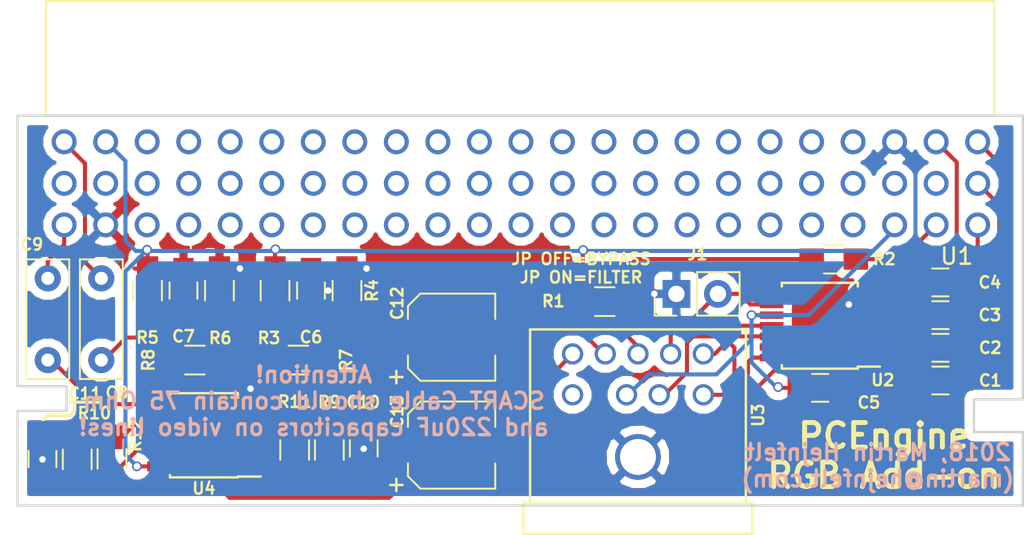
<source format=kicad_pcb>
(kicad_pcb (version 4) (host pcbnew 4.0.7-e2-6376~61~ubuntu18.04.1)

  (general
    (links 61)
    (no_connects 0)
    (area 115.674999 82.424999 177.325001 106.425001)
    (thickness 1.6)
    (drawings 23)
    (tracks 254)
    (zones 0)
    (modules 30)
    (nets 32)
  )

  (page A4)
  (layers
    (0 F.Cu signal)
    (31 B.Cu signal)
    (32 B.Adhes user)
    (33 F.Adhes user)
    (34 B.Paste user)
    (35 F.Paste user)
    (36 B.SilkS user)
    (37 F.SilkS user)
    (38 B.Mask user)
    (39 F.Mask user)
    (40 Dwgs.User user)
    (41 Cmts.User user)
    (42 Eco1.User user)
    (43 Eco2.User user)
    (44 Edge.Cuts user)
    (45 Margin user)
    (46 B.CrtYd user)
    (47 F.CrtYd user)
    (48 B.Fab user)
    (49 F.Fab user)
  )

  (setup
    (last_trace_width 0.25)
    (trace_clearance 0.2)
    (zone_clearance 0.508)
    (zone_45_only no)
    (trace_min 0.2)
    (segment_width 0.2)
    (edge_width 0.15)
    (via_size 0.6)
    (via_drill 0.4)
    (via_min_size 0.4)
    (via_min_drill 0.3)
    (uvia_size 0.3)
    (uvia_drill 0.1)
    (uvias_allowed no)
    (uvia_min_size 0.2)
    (uvia_min_drill 0.1)
    (pcb_text_width 0.3)
    (pcb_text_size 1.5 1.5)
    (mod_edge_width 0.15)
    (mod_text_size 1 1)
    (mod_text_width 0.15)
    (pad_size 1.524 1.524)
    (pad_drill 0.762)
    (pad_to_mask_clearance 0.2)
    (aux_axis_origin 0 0)
    (visible_elements FFFFFF7F)
    (pcbplotparams
      (layerselection 0x00030_80000001)
      (usegerberextensions false)
      (excludeedgelayer true)
      (linewidth 0.100000)
      (plotframeref false)
      (viasonmask false)
      (mode 1)
      (useauxorigin false)
      (hpglpennumber 1)
      (hpglpenspeed 20)
      (hpglpendiameter 15)
      (hpglpenoverlay 2)
      (psnegative false)
      (psa4output false)
      (plotreference true)
      (plotvalue true)
      (plotinvisibletext false)
      (padsonsilk false)
      (subtractmaskfromsilk false)
      (outputformat 1)
      (mirror false)
      (drillshape 1)
      (scaleselection 1)
      (outputdirectory ""))
  )

  (net 0 "")
  (net 1 "Net-(C1-Pad1)")
  (net 2 "Net-(C2-Pad1)")
  (net 3 "Net-(C3-Pad1)")
  (net 4 "Net-(J1-Pad2)")
  (net 5 /Sync)
  (net 6 /Blue)
  (net 7 /Green)
  (net 8 /Red)
  (net 9 /Blue_raw)
  (net 10 /Green_raw)
  (net 11 /Red_raw)
  (net 12 "Net-(C4-Pad1)")
  (net 13 /Video_raw)
  (net 14 "Net-(C6-Pad1)")
  (net 15 GNDA)
  (net 16 "Net-(C7-Pad1)")
  (net 17 "Net-(C10-Pad1)")
  (net 18 "Net-(C11-Pad1)")
  (net 19 /AudioLeftAmp)
  (net 20 /AudioRightAmp)
  (net 21 +5V)
  (net 22 "Net-(C8-Pad1)")
  (net 23 "Net-(C9-Pad1)")
  (net 24 "Net-(R11-Pad2)")
  (net 25 "Net-(R10-Pad1)")
  (net 26 /AudioRight)
  (net 27 /AudioLeft)
  (net 28 /Video)
  (net 29 "Net-(R2-Pad2)")
  (net 30 "Net-(C12-Pad1)")
  (net 31 "Net-(C13-Pad1)")

  (net_class Default "This is the default net class."
    (clearance 0.2)
    (trace_width 0.25)
    (via_dia 0.6)
    (via_drill 0.4)
    (uvia_dia 0.3)
    (uvia_drill 0.1)
    (add_net +5V)
    (add_net /AudioLeft)
    (add_net /AudioLeftAmp)
    (add_net /AudioRight)
    (add_net /AudioRightAmp)
    (add_net /Blue)
    (add_net /Blue_raw)
    (add_net /Green)
    (add_net /Green_raw)
    (add_net /Red)
    (add_net /Red_raw)
    (add_net /Sync)
    (add_net /Video)
    (add_net /Video_raw)
    (add_net GNDA)
    (add_net "Net-(C1-Pad1)")
    (add_net "Net-(C10-Pad1)")
    (add_net "Net-(C11-Pad1)")
    (add_net "Net-(C12-Pad1)")
    (add_net "Net-(C13-Pad1)")
    (add_net "Net-(C2-Pad1)")
    (add_net "Net-(C3-Pad1)")
    (add_net "Net-(C4-Pad1)")
    (add_net "Net-(C6-Pad1)")
    (add_net "Net-(C7-Pad1)")
    (add_net "Net-(C8-Pad1)")
    (add_net "Net-(C9-Pad1)")
    (add_net "Net-(J1-Pad2)")
    (add_net "Net-(R10-Pad1)")
    (add_net "Net-(R11-Pad2)")
    (add_net "Net-(R2-Pad2)")
  )

  (module Pin_Headers:Pin_Header_Straight_1x02_Pitch2.54mm (layer F.Cu) (tedit 5B9198B0) (tstamp 5B8EEDEC)
    (at 156.05 93.4 90)
    (descr "Through hole straight pin header, 1x02, 2.54mm pitch, single row")
    (tags "Through hole pin header THT 1x02 2.54mm single row")
    (path /5B8F0325)
    (fp_text reference J1 (at 2.425 1.3 180) (layer F.SilkS)
      (effects (font (size 0.7 0.7) (thickness 0.15)))
    )
    (fp_text value Conn_01x02_Male (at 0 4.87 90) (layer F.Fab)
      (effects (font (size 1 1) (thickness 0.15)))
    )
    (fp_line (start -0.635 -1.27) (end 1.27 -1.27) (layer F.Fab) (width 0.1))
    (fp_line (start 1.27 -1.27) (end 1.27 3.81) (layer F.Fab) (width 0.1))
    (fp_line (start 1.27 3.81) (end -1.27 3.81) (layer F.Fab) (width 0.1))
    (fp_line (start -1.27 3.81) (end -1.27 -0.635) (layer F.Fab) (width 0.1))
    (fp_line (start -1.27 -0.635) (end -0.635 -1.27) (layer F.Fab) (width 0.1))
    (fp_line (start -1.33 3.87) (end 1.33 3.87) (layer F.SilkS) (width 0.12))
    (fp_line (start -1.33 1.27) (end -1.33 3.87) (layer F.SilkS) (width 0.12))
    (fp_line (start 1.33 1.27) (end 1.33 3.87) (layer F.SilkS) (width 0.12))
    (fp_line (start -1.33 1.27) (end 1.33 1.27) (layer F.SilkS) (width 0.12))
    (fp_line (start -1.33 0) (end -1.33 -1.33) (layer F.SilkS) (width 0.12))
    (fp_line (start -1.33 -1.33) (end 0 -1.33) (layer F.SilkS) (width 0.12))
    (fp_line (start -1.8 -1.8) (end -1.8 4.35) (layer F.CrtYd) (width 0.05))
    (fp_line (start -1.8 4.35) (end 1.8 4.35) (layer F.CrtYd) (width 0.05))
    (fp_line (start 1.8 4.35) (end 1.8 -1.8) (layer F.CrtYd) (width 0.05))
    (fp_line (start 1.8 -1.8) (end -1.8 -1.8) (layer F.CrtYd) (width 0.05))
    (fp_text user %R (at 0 1.27 180) (layer F.Fab)
      (effects (font (size 1 1) (thickness 0.15)))
    )
    (pad 1 thru_hole rect (at 0 0 90) (size 1.7 1.7) (drill 1) (layers *.Cu *.Mask)
      (net 15 GNDA))
    (pad 2 thru_hole oval (at 0 2.54 90) (size 1.7 1.7) (drill 1) (layers *.Cu *.Mask)
      (net 4 "Net-(J1-Pad2)"))
    (model ${KISYS3DMOD}/Pin_Headers.3dshapes/Pin_Header_Straight_1x02_Pitch2.54mm.wrl
      (at (xyz 0 0 0))
      (scale (xyz 1 1 1))
      (rotate (xyz 0 0 0))
    )
  )

  (module Housings_SSOP:TSSOP-14_4.4x5mm_Pitch0.65mm (layer F.Cu) (tedit 5B92CFE1) (tstamp 5B8EEE4D)
    (at 164.825 95.35 180)
    (descr "14-Lead Plastic Thin Shrink Small Outline (ST)-4.4 mm Body [TSSOP] (see Microchip Packaging Specification 00000049BS.pdf)")
    (tags "SSOP 0.65")
    (path /5B8EFB9D)
    (attr smd)
    (fp_text reference U2 (at -3.85 -3.325 360) (layer F.SilkS)
      (effects (font (size 0.7 0.7) (thickness 0.15)))
    )
    (fp_text value THS7374 (at 0 3.55 180) (layer F.Fab)
      (effects (font (size 1 1) (thickness 0.15)))
    )
    (fp_line (start -1.2 -2.5) (end 2.2 -2.5) (layer F.Fab) (width 0.15))
    (fp_line (start 2.2 -2.5) (end 2.2 2.5) (layer F.Fab) (width 0.15))
    (fp_line (start 2.2 2.5) (end -2.2 2.5) (layer F.Fab) (width 0.15))
    (fp_line (start -2.2 2.5) (end -2.2 -1.5) (layer F.Fab) (width 0.15))
    (fp_line (start -2.2 -1.5) (end -1.2 -2.5) (layer F.Fab) (width 0.15))
    (fp_line (start -3.95 -2.8) (end -3.95 2.8) (layer F.CrtYd) (width 0.05))
    (fp_line (start 3.95 -2.8) (end 3.95 2.8) (layer F.CrtYd) (width 0.05))
    (fp_line (start -3.95 -2.8) (end 3.95 -2.8) (layer F.CrtYd) (width 0.05))
    (fp_line (start -3.95 2.8) (end 3.95 2.8) (layer F.CrtYd) (width 0.05))
    (fp_line (start -2.325 -2.625) (end -2.325 -2.5) (layer F.SilkS) (width 0.15))
    (fp_line (start 2.325 -2.625) (end 2.325 -2.4) (layer F.SilkS) (width 0.15))
    (fp_line (start 2.325 2.625) (end 2.325 2.4) (layer F.SilkS) (width 0.15))
    (fp_line (start -2.325 2.625) (end -2.325 2.4) (layer F.SilkS) (width 0.15))
    (fp_line (start -2.325 -2.625) (end 2.325 -2.625) (layer F.SilkS) (width 0.15))
    (fp_line (start -2.325 2.625) (end 2.325 2.625) (layer F.SilkS) (width 0.15))
    (fp_line (start -2.325 -2.5) (end -3.675 -2.5) (layer F.SilkS) (width 0.15))
    (fp_text user %R (at 0 0 180) (layer F.Fab)
      (effects (font (size 0.8 0.8) (thickness 0.15)))
    )
    (pad 1 smd rect (at -2.95 -1.95 180) (size 1.45 0.45) (layers F.Cu F.Paste F.Mask)
      (net 1 "Net-(C1-Pad1)"))
    (pad 2 smd rect (at -2.95 -1.3 180) (size 1.45 0.45) (layers F.Cu F.Paste F.Mask)
      (net 2 "Net-(C2-Pad1)"))
    (pad 3 smd rect (at -2.95 -0.65 180) (size 1.45 0.45) (layers F.Cu F.Paste F.Mask)
      (net 3 "Net-(C3-Pad1)"))
    (pad 4 smd rect (at -2.95 0 180) (size 1.45 0.45) (layers F.Cu F.Paste F.Mask)
      (net 12 "Net-(C4-Pad1)"))
    (pad 5 smd rect (at -2.95 0.65 180) (size 1.45 0.45) (layers F.Cu F.Paste F.Mask)
      (net 15 GNDA))
    (pad 6 smd rect (at -2.95 1.3 180) (size 1.45 0.45) (layers F.Cu F.Paste F.Mask)
      (net 15 GNDA))
    (pad 7 smd rect (at -2.95 1.95 180) (size 1.45 0.45) (layers F.Cu F.Paste F.Mask))
    (pad 8 smd rect (at 2.95 1.95 180) (size 1.45 0.45) (layers F.Cu F.Paste F.Mask))
    (pad 9 smd rect (at 2.95 1.3 180) (size 1.45 0.45) (layers F.Cu F.Paste F.Mask)
      (net 4 "Net-(J1-Pad2)"))
    (pad 10 smd rect (at 2.95 0.65 180) (size 1.45 0.45) (layers F.Cu F.Paste F.Mask)
      (net 21 +5V))
    (pad 11 smd rect (at 2.95 0 180) (size 1.45 0.45) (layers F.Cu F.Paste F.Mask)
      (net 28 /Video))
    (pad 12 smd rect (at 2.95 -0.65 180) (size 1.45 0.45) (layers F.Cu F.Paste F.Mask)
      (net 6 /Blue))
    (pad 13 smd rect (at 2.95 -1.3 180) (size 1.45 0.45) (layers F.Cu F.Paste F.Mask)
      (net 7 /Green))
    (pad 14 smd rect (at 2.95 -1.95 180) (size 1.45 0.45) (layers F.Cu F.Paste F.Mask)
      (net 8 /Red))
    (model ${KISYS3DMOD}/Housings_SSOP.3dshapes/TSSOP-14_4.4x5mm_Pitch0.65mm.wrl
      (at (xyz 0 0 0))
      (scale (xyz 1 1 1))
      (rotate (xyz 0 0 0))
    )
  )

  (module pcengine-expansion:PCEngineExpansion (layer F.Cu) (tedit 5B93C949) (tstamp 5B8EEE3B)
    (at 146.5 86.5)
    (path /5B8EF83D)
    (fp_text reference U1 (at 26.7 4.6) (layer F.SilkS)
      (effects (font (size 1 1) (thickness 0.15)))
    )
    (fp_text value PCEngineExpansion (at 0 -8) (layer F.Fab)
      (effects (font (size 1 1) (thickness 0.15)))
    )
    (fp_line (start -29 -4) (end 29 -4) (layer F.SilkS) (width 0.15))
    (fp_line (start 29 -4) (end 29 -11) (layer F.SilkS) (width 0.15))
    (fp_line (start 29 -11) (end -29 -11) (layer F.SilkS) (width 0.15))
    (fp_line (start -29 -11) (end -29 -4) (layer F.SilkS) (width 0.15))
    (pad A1 thru_hole circle (at -27.9 -2.4) (size 1.524 1.524) (drill 1.016) (layers *.Cu *.Mask)
      (net 27 /AudioLeft))
    (pad A2 thru_hole circle (at -25.36 -2.4) (size 1.524 1.524) (drill 1.016) (layers *.Cu *.Mask)
      (net 21 +5V))
    (pad A3 thru_hole circle (at -22.82 -2.4) (size 1.524 1.524) (drill 1.016) (layers *.Cu *.Mask))
    (pad A4 thru_hole circle (at -20.28 -2.4) (size 1.524 1.524) (drill 1.016) (layers *.Cu *.Mask))
    (pad A5 thru_hole circle (at -17.74 -2.4) (size 1.524 1.524) (drill 1.016) (layers *.Cu *.Mask))
    (pad A6 thru_hole circle (at -15.2 -2.4) (size 1.524 1.524) (drill 1.016) (layers *.Cu *.Mask))
    (pad A7 thru_hole circle (at -12.66 -2.4) (size 1.524 1.524) (drill 1.016) (layers *.Cu *.Mask))
    (pad A8 thru_hole circle (at -10.12 -2.4) (size 1.524 1.524) (drill 1.016) (layers *.Cu *.Mask))
    (pad A9 thru_hole circle (at -7.58 -2.4) (size 1.524 1.524) (drill 1.016) (layers *.Cu *.Mask))
    (pad A10 thru_hole circle (at -5.04 -2.4) (size 1.524 1.524) (drill 1.016) (layers *.Cu *.Mask))
    (pad A11 thru_hole circle (at -2.5 -2.4) (size 1.524 1.524) (drill 1.016) (layers *.Cu *.Mask))
    (pad A12 thru_hole circle (at 0.04 -2.4) (size 1.524 1.524) (drill 1.016) (layers *.Cu *.Mask))
    (pad A13 thru_hole circle (at 2.58 -2.4) (size 1.524 1.524) (drill 1.016) (layers *.Cu *.Mask))
    (pad A14 thru_hole circle (at 5.12 -2.4) (size 1.524 1.524) (drill 1.016) (layers *.Cu *.Mask))
    (pad A15 thru_hole circle (at 7.66 -2.4) (size 1.524 1.524) (drill 1.016) (layers *.Cu *.Mask))
    (pad A16 thru_hole circle (at 10.2 -2.4) (size 1.524 1.524) (drill 1.016) (layers *.Cu *.Mask))
    (pad A17 thru_hole circle (at 12.74 -2.4) (size 1.524 1.524) (drill 1.016) (layers *.Cu *.Mask))
    (pad A18 thru_hole circle (at 15.28 -2.4) (size 1.524 1.524) (drill 1.016) (layers *.Cu *.Mask))
    (pad A19 thru_hole circle (at 17.82 -2.4) (size 1.524 1.524) (drill 1.016) (layers *.Cu *.Mask))
    (pad A20 thru_hole circle (at 20.36 -2.4) (size 1.524 1.524) (drill 1.016) (layers *.Cu *.Mask))
    (pad A21 thru_hole circle (at 22.9 -2.4) (size 1.524 1.524) (drill 1.016) (layers *.Cu *.Mask)
      (net 15 GNDA))
    (pad A22 thru_hole circle (at 25.44 -2.4) (size 1.524 1.524) (drill 1.016) (layers *.Cu *.Mask)
      (net 13 /Video_raw))
    (pad A23 thru_hole circle (at 27.98 -2.4) (size 1.524 1.524) (drill 1.016) (layers *.Cu *.Mask)
      (net 11 /Red_raw))
    (pad B1 thru_hole circle (at -27.9 0.14) (size 1.524 1.524) (drill 1.016) (layers *.Cu *.Mask))
    (pad B2 thru_hole circle (at -25.36 0.14) (size 1.524 1.524) (drill 1.016) (layers *.Cu *.Mask))
    (pad B3 thru_hole circle (at -22.82 0.14) (size 1.524 1.524) (drill 1.016) (layers *.Cu *.Mask))
    (pad B4 thru_hole circle (at -20.28 0.14) (size 1.524 1.524) (drill 1.016) (layers *.Cu *.Mask))
    (pad B5 thru_hole circle (at -17.74 0.14) (size 1.524 1.524) (drill 1.016) (layers *.Cu *.Mask))
    (pad B6 thru_hole circle (at -15.2 0.14) (size 1.524 1.524) (drill 1.016) (layers *.Cu *.Mask))
    (pad B7 thru_hole circle (at -12.66 0.14) (size 1.524 1.524) (drill 1.016) (layers *.Cu *.Mask))
    (pad B8 thru_hole circle (at -10.12 0.14) (size 1.524 1.524) (drill 1.016) (layers *.Cu *.Mask))
    (pad B9 thru_hole circle (at -7.58 0.14) (size 1.524 1.524) (drill 1.016) (layers *.Cu *.Mask))
    (pad B10 thru_hole circle (at -5.04 0.14) (size 1.524 1.524) (drill 1.016) (layers *.Cu *.Mask))
    (pad B11 thru_hole circle (at -2.5 0.14) (size 1.524 1.524) (drill 1.016) (layers *.Cu *.Mask))
    (pad B12 thru_hole circle (at 0.04 0.14) (size 1.524 1.524) (drill 1.016) (layers *.Cu *.Mask))
    (pad B13 thru_hole circle (at 2.58 0.14) (size 1.524 1.524) (drill 1.016) (layers *.Cu *.Mask))
    (pad B14 thru_hole circle (at 5.12 0.14) (size 1.524 1.524) (drill 1.016) (layers *.Cu *.Mask))
    (pad B15 thru_hole circle (at 7.66 0.14) (size 1.524 1.524) (drill 1.016) (layers *.Cu *.Mask))
    (pad B16 thru_hole circle (at 10.2 0.14) (size 1.524 1.524) (drill 1.016) (layers *.Cu *.Mask))
    (pad B17 thru_hole circle (at 12.74 0.14) (size 1.524 1.524) (drill 1.016) (layers *.Cu *.Mask))
    (pad B18 thru_hole circle (at 15.28 0.14) (size 1.524 1.524) (drill 1.016) (layers *.Cu *.Mask))
    (pad B19 thru_hole circle (at 17.82 0.14) (size 1.524 1.524) (drill 1.016) (layers *.Cu *.Mask))
    (pad B20 thru_hole circle (at 20.36 0.14) (size 1.524 1.524) (drill 1.016) (layers *.Cu *.Mask))
    (pad B21 thru_hole circle (at 22.9 0.14) (size 1.524 1.524) (drill 1.016) (layers *.Cu *.Mask))
    (pad B22 thru_hole circle (at 25.44 0.14) (size 1.524 1.524) (drill 1.016) (layers *.Cu *.Mask))
    (pad B23 thru_hole circle (at 27.98 0.14) (size 1.524 1.524) (drill 1.016) (layers *.Cu *.Mask)
      (net 10 /Green_raw))
    (pad C1 thru_hole circle (at -27.9 2.68) (size 1.524 1.524) (drill 1.016) (layers *.Cu *.Mask)
      (net 26 /AudioRight))
    (pad C2 thru_hole circle (at -25.36 2.68) (size 1.524 1.524) (drill 1.016) (layers *.Cu *.Mask)
      (net 15 GNDA))
    (pad C3 thru_hole circle (at -22.82 2.68) (size 1.524 1.524) (drill 1.016) (layers *.Cu *.Mask))
    (pad C4 thru_hole circle (at -20.28 2.68) (size 1.524 1.524) (drill 1.016) (layers *.Cu *.Mask))
    (pad C5 thru_hole circle (at -17.74 2.68) (size 1.524 1.524) (drill 1.016) (layers *.Cu *.Mask))
    (pad C6 thru_hole circle (at -15.2 2.68) (size 1.524 1.524) (drill 1.016) (layers *.Cu *.Mask))
    (pad C7 thru_hole circle (at -12.66 2.68) (size 1.524 1.524) (drill 1.016) (layers *.Cu *.Mask))
    (pad C8 thru_hole circle (at -10.12 2.68) (size 1.524 1.524) (drill 1.016) (layers *.Cu *.Mask))
    (pad C9 thru_hole circle (at -7.58 2.68) (size 1.524 1.524) (drill 1.016) (layers *.Cu *.Mask))
    (pad C10 thru_hole circle (at -5.04 2.68) (size 1.524 1.524) (drill 1.016) (layers *.Cu *.Mask))
    (pad C11 thru_hole circle (at -2.5 2.68) (size 1.524 1.524) (drill 1.016) (layers *.Cu *.Mask))
    (pad C12 thru_hole circle (at 0.04 2.68) (size 1.524 1.524) (drill 1.016) (layers *.Cu *.Mask))
    (pad C13 thru_hole circle (at 2.58 2.68) (size 1.524 1.524) (drill 1.016) (layers *.Cu *.Mask))
    (pad C14 thru_hole circle (at 5.12 2.68) (size 1.524 1.524) (drill 1.016) (layers *.Cu *.Mask))
    (pad C15 thru_hole circle (at 7.66 2.68) (size 1.524 1.524) (drill 1.016) (layers *.Cu *.Mask))
    (pad C16 thru_hole circle (at 10.2 2.68) (size 1.524 1.524) (drill 1.016) (layers *.Cu *.Mask))
    (pad C17 thru_hole circle (at 12.74 2.68) (size 1.524 1.524) (drill 1.016) (layers *.Cu *.Mask))
    (pad C18 thru_hole circle (at 15.28 2.68) (size 1.524 1.524) (drill 1.016) (layers *.Cu *.Mask))
    (pad C19 thru_hole circle (at 17.82 2.68) (size 1.524 1.524) (drill 1.016) (layers *.Cu *.Mask))
    (pad C20 thru_hole circle (at 20.36 2.68) (size 1.524 1.524) (drill 1.016) (layers *.Cu *.Mask))
    (pad C21 thru_hole circle (at 22.9 2.68) (size 1.524 1.524) (drill 1.016) (layers *.Cu *.Mask)
      (net 21 +5V))
    (pad C22 thru_hole circle (at 25.44 2.68) (size 1.524 1.524) (drill 1.016) (layers *.Cu *.Mask)
      (net 29 "Net-(R2-Pad2)"))
    (pad C23 thru_hole circle (at 27.98 2.68) (size 1.524 1.524) (drill 1.016) (layers *.Cu *.Mask)
      (net 9 /Blue_raw))
    (model /home/martin/Documents/SSQ-123-02-T-T-RA.wrl
      (at (xyz 0.001 0.155 0.15))
      (scale (xyz 0.394 0.394 0.394))
      (rotate (xyz 180 0 180))
    )
  )

  (module mini-din:MINI-DIN-9PIN (layer F.Cu) (tedit 5B92D60C) (tstamp 5B8EEE5B)
    (at 153.7 97.075 180)
    (path /5B8ECE57)
    (fp_text reference U3 (at -7.35 -3.75 270) (layer F.SilkS)
      (effects (font (size 0.7 0.7) (thickness 0.15)))
    )
    (fp_text value Mini-DIN-9-Pin (at 0 -10.1 180) (layer F.Fab)
      (effects (font (size 1 1) (thickness 0.15)))
    )
    (fp_line (start 6.6 -9.1) (end 6.6 1.5) (layer F.SilkS) (width 0.15))
    (fp_line (start 6.6 1.5) (end -3.2 1.5) (layer F.SilkS) (width 0.15))
    (fp_line (start -3.2 1.5) (end -6.6 1.5) (layer F.SilkS) (width 0.15))
    (fp_line (start -6.6 -9.1) (end -6.6 1.5) (layer F.SilkS) (width 0.15))
    (fp_line (start -7 -9.1) (end 7 -9.1) (layer F.SilkS) (width 0.15))
    (fp_line (start 7 -9.1) (end 7 -11) (layer F.SilkS) (width 0.15))
    (fp_line (start -7 -9.1) (end -7 -11) (layer F.SilkS) (width 0.15))
    (fp_line (start -7 -11) (end 7 -11) (layer F.SilkS) (width 0.15))
    (pad 5 thru_hole circle (at 0 0 180) (size 1.3 1.3) (drill 0.9) (layers *.Cu *.Mask)
      (net 5 /Sync))
    (pad 8 thru_hole circle (at 2 0 180) (size 1.3 1.3) (drill 0.9) (layers *.Cu *.Mask)
      (net 19 /AudioLeftAmp))
    (pad 4 thru_hole circle (at -2 0 180) (size 1.3 1.3) (drill 0.9) (layers *.Cu *.Mask)
      (net 28 /Video))
    (pad 9 thru_hole circle (at 4 0 180) (size 1.3 1.3) (drill 0.9) (layers *.Cu *.Mask)
      (net 20 /AudioRightAmp))
    (pad 7 thru_hole circle (at -4 0 180) (size 1.3 1.3) (drill 0.9) (layers *.Cu *.Mask)
      (net 8 /Red))
    (pad 2 thru_hole circle (at 0.7 -2.5 180) (size 1.3 1.3) (drill 0.9) (layers *.Cu *.Mask)
      (net 21 +5V))
    (pad 1 thru_hole circle (at -1.3 -2.5 180) (size 1.3 1.3) (drill 0.9) (layers *.Cu *.Mask)
      (net 6 /Blue))
    (pad 3 thru_hole circle (at -4 -2.5 180) (size 1.3 1.3) (drill 0.9) (layers *.Cu *.Mask)
      (net 7 /Green))
    (pad 6 thru_hole circle (at 4 -2.5 180) (size 1.3 1.3) (drill 0.9) (layers *.Cu *.Mask))
    (pad SH thru_hole circle (at 0 -6.3 180) (size 2.8 2.8) (drill 2.2) (layers *.Cu *.Mask)
      (net 15 GNDA))
    (model /home/martin/Downloads/MD-90S.wrl
      (at (xyz 0 0.43 0.25))
      (scale (xyz 0.39 0.39 0.39))
      (rotate (xyz 270 0 -90))
    )
  )

  (module Capacitors_SMD:C_0805_HandSoldering (layer F.Cu) (tedit 5B918334) (tstamp 5B8EEDDA)
    (at 172.2 98.7)
    (descr "Capacitor SMD 0805, hand soldering")
    (tags "capacitor 0805")
    (path /5B8EFC82)
    (attr smd)
    (fp_text reference C1 (at 3.05 0) (layer F.SilkS)
      (effects (font (size 0.7 0.7) (thickness 0.15)))
    )
    (fp_text value 0.1uF (at 0 1.75) (layer F.Fab)
      (effects (font (size 1 1) (thickness 0.15)))
    )
    (fp_text user %R (at 0 -1.75) (layer F.Fab)
      (effects (font (size 1 1) (thickness 0.15)))
    )
    (fp_line (start -1 0.62) (end -1 -0.62) (layer F.Fab) (width 0.1))
    (fp_line (start 1 0.62) (end -1 0.62) (layer F.Fab) (width 0.1))
    (fp_line (start 1 -0.62) (end 1 0.62) (layer F.Fab) (width 0.1))
    (fp_line (start -1 -0.62) (end 1 -0.62) (layer F.Fab) (width 0.1))
    (fp_line (start 0.5 -0.85) (end -0.5 -0.85) (layer F.SilkS) (width 0.12))
    (fp_line (start -0.5 0.85) (end 0.5 0.85) (layer F.SilkS) (width 0.12))
    (fp_line (start -2.25 -0.88) (end 2.25 -0.88) (layer F.CrtYd) (width 0.05))
    (fp_line (start -2.25 -0.88) (end -2.25 0.87) (layer F.CrtYd) (width 0.05))
    (fp_line (start 2.25 0.87) (end 2.25 -0.88) (layer F.CrtYd) (width 0.05))
    (fp_line (start 2.25 0.87) (end -2.25 0.87) (layer F.CrtYd) (width 0.05))
    (pad 1 smd rect (at -1.25 0) (size 1.5 1.25) (layers F.Cu F.Paste F.Mask)
      (net 1 "Net-(C1-Pad1)"))
    (pad 2 smd rect (at 1.25 0) (size 1.5 1.25) (layers F.Cu F.Paste F.Mask)
      (net 11 /Red_raw))
    (model Capacitors_SMD.3dshapes/C_0805.wrl
      (at (xyz 0 0 0))
      (scale (xyz 1 1 1))
      (rotate (xyz 0 0 0))
    )
  )

  (module Capacitors_SMD:C_0805_HandSoldering (layer F.Cu) (tedit 5B918330) (tstamp 5B8EEDE0)
    (at 172.2 96.7)
    (descr "Capacitor SMD 0805, hand soldering")
    (tags "capacitor 0805")
    (path /5B8EFD09)
    (attr smd)
    (fp_text reference C2 (at 3.05 0) (layer F.SilkS)
      (effects (font (size 0.7 0.7) (thickness 0.15)))
    )
    (fp_text value 0.1uF (at 0 1.75) (layer F.Fab)
      (effects (font (size 1 1) (thickness 0.15)))
    )
    (fp_text user %R (at 0 -1.75) (layer F.Fab)
      (effects (font (size 1 1) (thickness 0.15)))
    )
    (fp_line (start -1 0.62) (end -1 -0.62) (layer F.Fab) (width 0.1))
    (fp_line (start 1 0.62) (end -1 0.62) (layer F.Fab) (width 0.1))
    (fp_line (start 1 -0.62) (end 1 0.62) (layer F.Fab) (width 0.1))
    (fp_line (start -1 -0.62) (end 1 -0.62) (layer F.Fab) (width 0.1))
    (fp_line (start 0.5 -0.85) (end -0.5 -0.85) (layer F.SilkS) (width 0.12))
    (fp_line (start -0.5 0.85) (end 0.5 0.85) (layer F.SilkS) (width 0.12))
    (fp_line (start -2.25 -0.88) (end 2.25 -0.88) (layer F.CrtYd) (width 0.05))
    (fp_line (start -2.25 -0.88) (end -2.25 0.87) (layer F.CrtYd) (width 0.05))
    (fp_line (start 2.25 0.87) (end 2.25 -0.88) (layer F.CrtYd) (width 0.05))
    (fp_line (start 2.25 0.87) (end -2.25 0.87) (layer F.CrtYd) (width 0.05))
    (pad 1 smd rect (at -1.25 0) (size 1.5 1.25) (layers F.Cu F.Paste F.Mask)
      (net 2 "Net-(C2-Pad1)"))
    (pad 2 smd rect (at 1.25 0) (size 1.5 1.25) (layers F.Cu F.Paste F.Mask)
      (net 10 /Green_raw))
    (model Capacitors_SMD.3dshapes/C_0805.wrl
      (at (xyz 0 0 0))
      (scale (xyz 1 1 1))
      (rotate (xyz 0 0 0))
    )
  )

  (module Capacitors_SMD:C_0805_HandSoldering (layer F.Cu) (tedit 5B918341) (tstamp 5B8EEDE6)
    (at 172.2 94.7)
    (descr "Capacitor SMD 0805, hand soldering")
    (tags "capacitor 0805")
    (path /5B8EFD55)
    (attr smd)
    (fp_text reference C3 (at 3.025 0) (layer F.SilkS)
      (effects (font (size 0.7 0.7) (thickness 0.15)))
    )
    (fp_text value 0.1uF (at 0 1.75) (layer F.Fab)
      (effects (font (size 1 1) (thickness 0.15)))
    )
    (fp_text user %R (at 0 -1.75) (layer F.Fab)
      (effects (font (size 1 1) (thickness 0.15)))
    )
    (fp_line (start -1 0.62) (end -1 -0.62) (layer F.Fab) (width 0.1))
    (fp_line (start 1 0.62) (end -1 0.62) (layer F.Fab) (width 0.1))
    (fp_line (start 1 -0.62) (end 1 0.62) (layer F.Fab) (width 0.1))
    (fp_line (start -1 -0.62) (end 1 -0.62) (layer F.Fab) (width 0.1))
    (fp_line (start 0.5 -0.85) (end -0.5 -0.85) (layer F.SilkS) (width 0.12))
    (fp_line (start -0.5 0.85) (end 0.5 0.85) (layer F.SilkS) (width 0.12))
    (fp_line (start -2.25 -0.88) (end 2.25 -0.88) (layer F.CrtYd) (width 0.05))
    (fp_line (start -2.25 -0.88) (end -2.25 0.87) (layer F.CrtYd) (width 0.05))
    (fp_line (start 2.25 0.87) (end 2.25 -0.88) (layer F.CrtYd) (width 0.05))
    (fp_line (start 2.25 0.87) (end -2.25 0.87) (layer F.CrtYd) (width 0.05))
    (pad 1 smd rect (at -1.25 0) (size 1.5 1.25) (layers F.Cu F.Paste F.Mask)
      (net 3 "Net-(C3-Pad1)"))
    (pad 2 smd rect (at 1.25 0) (size 1.5 1.25) (layers F.Cu F.Paste F.Mask)
      (net 9 /Blue_raw))
    (model Capacitors_SMD.3dshapes/C_0805.wrl
      (at (xyz 0 0 0))
      (scale (xyz 1 1 1))
      (rotate (xyz 0 0 0))
    )
  )

  (module Resistors_SMD:R_0805_HandSoldering (layer F.Cu) (tedit 5B91904D) (tstamp 5B8EEDF2)
    (at 151.675 93.875)
    (descr "Resistor SMD 0805, hand soldering")
    (tags "resistor 0805")
    (path /5B8F0295)
    (attr smd)
    (fp_text reference R1 (at -3.15 -0.025) (layer F.SilkS)
      (effects (font (size 0.7 0.7) (thickness 0.15)))
    )
    (fp_text value 10K (at 0 1.75) (layer F.Fab)
      (effects (font (size 1 1) (thickness 0.15)))
    )
    (fp_text user %R (at 0 0) (layer F.Fab)
      (effects (font (size 0.5 0.5) (thickness 0.075)))
    )
    (fp_line (start -1 0.62) (end -1 -0.62) (layer F.Fab) (width 0.1))
    (fp_line (start 1 0.62) (end -1 0.62) (layer F.Fab) (width 0.1))
    (fp_line (start 1 -0.62) (end 1 0.62) (layer F.Fab) (width 0.1))
    (fp_line (start -1 -0.62) (end 1 -0.62) (layer F.Fab) (width 0.1))
    (fp_line (start 0.6 0.88) (end -0.6 0.88) (layer F.SilkS) (width 0.12))
    (fp_line (start -0.6 -0.88) (end 0.6 -0.88) (layer F.SilkS) (width 0.12))
    (fp_line (start -2.35 -0.9) (end 2.35 -0.9) (layer F.CrtYd) (width 0.05))
    (fp_line (start -2.35 -0.9) (end -2.35 0.9) (layer F.CrtYd) (width 0.05))
    (fp_line (start 2.35 0.9) (end 2.35 -0.9) (layer F.CrtYd) (width 0.05))
    (fp_line (start 2.35 0.9) (end -2.35 0.9) (layer F.CrtYd) (width 0.05))
    (pad 1 smd rect (at -1.35 0) (size 1.5 1.3) (layers F.Cu F.Paste F.Mask)
      (net 21 +5V))
    (pad 2 smd rect (at 1.35 0) (size 1.5 1.3) (layers F.Cu F.Paste F.Mask)
      (net 4 "Net-(J1-Pad2)"))
    (model ${KISYS3DMOD}/Resistors_SMD.3dshapes/R_0805.wrl
      (at (xyz 0 0 0))
      (scale (xyz 1 1 1))
      (rotate (xyz 0 0 0))
    )
  )

  (module Capacitors_SMD:C_0805_HandSoldering (layer F.Cu) (tedit 5B91834B) (tstamp 5B9045BC)
    (at 172.2 92.7)
    (descr "Capacitor SMD 0805, hand soldering")
    (tags "capacitor 0805")
    (path /5B903C2D)
    (attr smd)
    (fp_text reference C4 (at 3.025 0) (layer F.SilkS)
      (effects (font (size 0.7 0.7) (thickness 0.15)))
    )
    (fp_text value 0.1uF (at 0 1.75) (layer F.Fab)
      (effects (font (size 1 1) (thickness 0.15)))
    )
    (fp_text user %R (at 0 -1.75) (layer F.Fab)
      (effects (font (size 1 1) (thickness 0.15)))
    )
    (fp_line (start -1 0.62) (end -1 -0.62) (layer F.Fab) (width 0.1))
    (fp_line (start 1 0.62) (end -1 0.62) (layer F.Fab) (width 0.1))
    (fp_line (start 1 -0.62) (end 1 0.62) (layer F.Fab) (width 0.1))
    (fp_line (start -1 -0.62) (end 1 -0.62) (layer F.Fab) (width 0.1))
    (fp_line (start 0.5 -0.85) (end -0.5 -0.85) (layer F.SilkS) (width 0.12))
    (fp_line (start -0.5 0.85) (end 0.5 0.85) (layer F.SilkS) (width 0.12))
    (fp_line (start -2.25 -0.88) (end 2.25 -0.88) (layer F.CrtYd) (width 0.05))
    (fp_line (start -2.25 -0.88) (end -2.25 0.87) (layer F.CrtYd) (width 0.05))
    (fp_line (start 2.25 0.87) (end 2.25 -0.88) (layer F.CrtYd) (width 0.05))
    (fp_line (start 2.25 0.87) (end -2.25 0.87) (layer F.CrtYd) (width 0.05))
    (pad 1 smd rect (at -1.25 0) (size 1.5 1.25) (layers F.Cu F.Paste F.Mask)
      (net 12 "Net-(C4-Pad1)"))
    (pad 2 smd rect (at 1.25 0) (size 1.5 1.25) (layers F.Cu F.Paste F.Mask)
      (net 13 /Video_raw))
    (model Capacitors_SMD.3dshapes/C_0805.wrl
      (at (xyz 0 0 0))
      (scale (xyz 1 1 1))
      (rotate (xyz 0 0 0))
    )
  )

  (module Capacitors_SMD:C_0805_HandSoldering (layer F.Cu) (tedit 5B943B5F) (tstamp 5B9045C2)
    (at 133.7 93.2 90)
    (descr "Capacitor SMD 0805, hand soldering")
    (tags "capacitor 0805")
    (path /5B906360)
    (attr smd)
    (fp_text reference C6 (at -2.85 0 180) (layer F.SilkS)
      (effects (font (size 0.7 0.7) (thickness 0.15)))
    )
    (fp_text value 2.2uF (at 0 1.75 90) (layer F.Fab)
      (effects (font (size 1 1) (thickness 0.15)))
    )
    (fp_text user %R (at 0 -1.75 90) (layer F.Fab)
      (effects (font (size 1 1) (thickness 0.15)))
    )
    (fp_line (start -1 0.62) (end -1 -0.62) (layer F.Fab) (width 0.1))
    (fp_line (start 1 0.62) (end -1 0.62) (layer F.Fab) (width 0.1))
    (fp_line (start 1 -0.62) (end 1 0.62) (layer F.Fab) (width 0.1))
    (fp_line (start -1 -0.62) (end 1 -0.62) (layer F.Fab) (width 0.1))
    (fp_line (start 0.5 -0.85) (end -0.5 -0.85) (layer F.SilkS) (width 0.12))
    (fp_line (start -0.5 0.85) (end 0.5 0.85) (layer F.SilkS) (width 0.12))
    (fp_line (start -2.25 -0.88) (end 2.25 -0.88) (layer F.CrtYd) (width 0.05))
    (fp_line (start -2.25 -0.88) (end -2.25 0.87) (layer F.CrtYd) (width 0.05))
    (fp_line (start 2.25 0.87) (end 2.25 -0.88) (layer F.CrtYd) (width 0.05))
    (fp_line (start 2.25 0.87) (end -2.25 0.87) (layer F.CrtYd) (width 0.05))
    (pad 1 smd rect (at -1.25 0 90) (size 1.5 1.25) (layers F.Cu F.Paste F.Mask)
      (net 14 "Net-(C6-Pad1)"))
    (pad 2 smd rect (at 1.25 0 90) (size 1.5 1.25) (layers F.Cu F.Paste F.Mask)
      (net 15 GNDA))
    (model Capacitors_SMD.3dshapes/C_0805.wrl
      (at (xyz 0 0 0))
      (scale (xyz 1 1 1))
      (rotate (xyz 0 0 0))
    )
  )

  (module Capacitors_SMD:C_0805_HandSoldering (layer F.Cu) (tedit 5B917C41) (tstamp 5B9045C8)
    (at 125.9 93.2 90)
    (descr "Capacitor SMD 0805, hand soldering")
    (tags "capacitor 0805")
    (path /5B90478E)
    (attr smd)
    (fp_text reference C7 (at -2.8 0 180) (layer F.SilkS)
      (effects (font (size 0.7 0.7) (thickness 0.15)))
    )
    (fp_text value 2.2uF (at 0 1.75 90) (layer F.Fab)
      (effects (font (size 1 1) (thickness 0.15)))
    )
    (fp_text user %R (at 0 -1.75 90) (layer F.Fab)
      (effects (font (size 1 1) (thickness 0.15)))
    )
    (fp_line (start -1 0.62) (end -1 -0.62) (layer F.Fab) (width 0.1))
    (fp_line (start 1 0.62) (end -1 0.62) (layer F.Fab) (width 0.1))
    (fp_line (start 1 -0.62) (end 1 0.62) (layer F.Fab) (width 0.1))
    (fp_line (start -1 -0.62) (end 1 -0.62) (layer F.Fab) (width 0.1))
    (fp_line (start 0.5 -0.85) (end -0.5 -0.85) (layer F.SilkS) (width 0.12))
    (fp_line (start -0.5 0.85) (end 0.5 0.85) (layer F.SilkS) (width 0.12))
    (fp_line (start -2.25 -0.88) (end 2.25 -0.88) (layer F.CrtYd) (width 0.05))
    (fp_line (start -2.25 -0.88) (end -2.25 0.87) (layer F.CrtYd) (width 0.05))
    (fp_line (start 2.25 0.87) (end 2.25 -0.88) (layer F.CrtYd) (width 0.05))
    (fp_line (start 2.25 0.87) (end -2.25 0.87) (layer F.CrtYd) (width 0.05))
    (pad 1 smd rect (at -1.25 0 90) (size 1.5 1.25) (layers F.Cu F.Paste F.Mask)
      (net 16 "Net-(C7-Pad1)"))
    (pad 2 smd rect (at 1.25 0 90) (size 1.5 1.25) (layers F.Cu F.Paste F.Mask)
      (net 15 GNDA))
    (model Capacitors_SMD.3dshapes/C_0805.wrl
      (at (xyz 0 0 0))
      (scale (xyz 1 1 1))
      (rotate (xyz 0 0 0))
    )
  )

  (module Capacitors_SMD:C_0805_HandSoldering (layer F.Cu) (tedit 5B943AFB) (tstamp 5B9045CE)
    (at 136.925 102.85 270)
    (descr "Capacitor SMD 0805, hand soldering")
    (tags "capacitor 0805")
    (path /5B90639D)
    (attr smd)
    (fp_text reference C10 (at -2.825 0.025 360) (layer F.SilkS)
      (effects (font (size 0.7 0.7) (thickness 0.15)))
    )
    (fp_text value 1uF (at 0 1.75 270) (layer F.Fab)
      (effects (font (size 1 1) (thickness 0.15)))
    )
    (fp_text user %R (at 0 -1.75 270) (layer F.Fab)
      (effects (font (size 1 1) (thickness 0.15)))
    )
    (fp_line (start -1 0.62) (end -1 -0.62) (layer F.Fab) (width 0.1))
    (fp_line (start 1 0.62) (end -1 0.62) (layer F.Fab) (width 0.1))
    (fp_line (start 1 -0.62) (end 1 0.62) (layer F.Fab) (width 0.1))
    (fp_line (start -1 -0.62) (end 1 -0.62) (layer F.Fab) (width 0.1))
    (fp_line (start 0.5 -0.85) (end -0.5 -0.85) (layer F.SilkS) (width 0.12))
    (fp_line (start -0.5 0.85) (end 0.5 0.85) (layer F.SilkS) (width 0.12))
    (fp_line (start -2.25 -0.88) (end 2.25 -0.88) (layer F.CrtYd) (width 0.05))
    (fp_line (start -2.25 -0.88) (end -2.25 0.87) (layer F.CrtYd) (width 0.05))
    (fp_line (start 2.25 0.87) (end 2.25 -0.88) (layer F.CrtYd) (width 0.05))
    (fp_line (start 2.25 0.87) (end -2.25 0.87) (layer F.CrtYd) (width 0.05))
    (pad 1 smd rect (at -1.25 0 270) (size 1.5 1.25) (layers F.Cu F.Paste F.Mask)
      (net 17 "Net-(C10-Pad1)"))
    (pad 2 smd rect (at 1.25 0 270) (size 1.5 1.25) (layers F.Cu F.Paste F.Mask)
      (net 15 GNDA))
    (model Capacitors_SMD.3dshapes/C_0805.wrl
      (at (xyz 0 0 0))
      (scale (xyz 1 1 1))
      (rotate (xyz 0 0 0))
    )
  )

  (module Capacitors_SMD:C_0805_HandSoldering (layer F.Cu) (tedit 5BB3A487) (tstamp 5B9045D4)
    (at 117.275 103.5 270)
    (descr "Capacitor SMD 0805, hand soldering")
    (tags "capacitor 0805")
    (path /5B9058CB)
    (attr smd)
    (fp_text reference C11 (at -4 -2.6 360) (layer F.SilkS)
      (effects (font (size 0.7 0.7) (thickness 0.15)))
    )
    (fp_text value 1uF (at 0 1.75 270) (layer F.Fab)
      (effects (font (size 1 1) (thickness 0.15)))
    )
    (fp_text user %R (at 0 -1.75 270) (layer F.Fab)
      (effects (font (size 1 1) (thickness 0.15)))
    )
    (fp_line (start -1 0.62) (end -1 -0.62) (layer F.Fab) (width 0.1))
    (fp_line (start 1 0.62) (end -1 0.62) (layer F.Fab) (width 0.1))
    (fp_line (start 1 -0.62) (end 1 0.62) (layer F.Fab) (width 0.1))
    (fp_line (start -1 -0.62) (end 1 -0.62) (layer F.Fab) (width 0.1))
    (fp_line (start 0.5 -0.85) (end -0.5 -0.85) (layer F.SilkS) (width 0.12))
    (fp_line (start -0.5 0.85) (end 0.5 0.85) (layer F.SilkS) (width 0.12))
    (fp_line (start -2.25 -0.88) (end 2.25 -0.88) (layer F.CrtYd) (width 0.05))
    (fp_line (start -2.25 -0.88) (end -2.25 0.87) (layer F.CrtYd) (width 0.05))
    (fp_line (start 2.25 0.87) (end 2.25 -0.88) (layer F.CrtYd) (width 0.05))
    (fp_line (start 2.25 0.87) (end -2.25 0.87) (layer F.CrtYd) (width 0.05))
    (pad 1 smd rect (at -1.25 0 270) (size 1.5 1.25) (layers F.Cu F.Paste F.Mask)
      (net 18 "Net-(C11-Pad1)"))
    (pad 2 smd rect (at 1.25 0 270) (size 1.5 1.25) (layers F.Cu F.Paste F.Mask)
      (net 15 GNDA))
    (model Capacitors_SMD.3dshapes/C_0805.wrl
      (at (xyz 0 0 0))
      (scale (xyz 1 1 1))
      (rotate (xyz 0 0 0))
    )
  )

  (module Resistors_SMD:R_0805_HandSoldering (layer F.Cu) (tedit 5B917E1F) (tstamp 5B9045EC)
    (at 131.5 93.2 270)
    (descr "Resistor SMD 0805, hand soldering")
    (tags "resistor 0805")
    (path /5B90634E)
    (attr smd)
    (fp_text reference R3 (at 2.9 0.375 360) (layer F.SilkS)
      (effects (font (size 0.7 0.7) (thickness 0.15)))
    )
    (fp_text value 10K (at 0 1.75 270) (layer F.Fab)
      (effects (font (size 1 1) (thickness 0.15)))
    )
    (fp_text user %R (at 0 0 270) (layer F.Fab)
      (effects (font (size 0.5 0.5) (thickness 0.075)))
    )
    (fp_line (start -1 0.62) (end -1 -0.62) (layer F.Fab) (width 0.1))
    (fp_line (start 1 0.62) (end -1 0.62) (layer F.Fab) (width 0.1))
    (fp_line (start 1 -0.62) (end 1 0.62) (layer F.Fab) (width 0.1))
    (fp_line (start -1 -0.62) (end 1 -0.62) (layer F.Fab) (width 0.1))
    (fp_line (start 0.6 0.88) (end -0.6 0.88) (layer F.SilkS) (width 0.12))
    (fp_line (start -0.6 -0.88) (end 0.6 -0.88) (layer F.SilkS) (width 0.12))
    (fp_line (start -2.35 -0.9) (end 2.35 -0.9) (layer F.CrtYd) (width 0.05))
    (fp_line (start -2.35 -0.9) (end -2.35 0.9) (layer F.CrtYd) (width 0.05))
    (fp_line (start 2.35 0.9) (end 2.35 -0.9) (layer F.CrtYd) (width 0.05))
    (fp_line (start 2.35 0.9) (end -2.35 0.9) (layer F.CrtYd) (width 0.05))
    (pad 1 smd rect (at -1.35 0 270) (size 1.5 1.3) (layers F.Cu F.Paste F.Mask)
      (net 21 +5V))
    (pad 2 smd rect (at 1.35 0 270) (size 1.5 1.3) (layers F.Cu F.Paste F.Mask)
      (net 14 "Net-(C6-Pad1)"))
    (model ${KISYS3DMOD}/Resistors_SMD.3dshapes/R_0805.wrl
      (at (xyz 0 0 0))
      (scale (xyz 1 1 1))
      (rotate (xyz 0 0 0))
    )
  )

  (module Resistors_SMD:R_0805_HandSoldering (layer F.Cu) (tedit 5B917E0B) (tstamp 5B9045F2)
    (at 135.9 93.2 90)
    (descr "Resistor SMD 0805, hand soldering")
    (tags "resistor 0805")
    (path /5B906354)
    (attr smd)
    (fp_text reference R4 (at 0 1.525 90) (layer F.SilkS)
      (effects (font (size 0.7 0.7) (thickness 0.15)))
    )
    (fp_text value 10K (at 0 1.75 90) (layer F.Fab)
      (effects (font (size 1 1) (thickness 0.15)))
    )
    (fp_text user %R (at 0 0 90) (layer F.Fab)
      (effects (font (size 0.5 0.5) (thickness 0.075)))
    )
    (fp_line (start -1 0.62) (end -1 -0.62) (layer F.Fab) (width 0.1))
    (fp_line (start 1 0.62) (end -1 0.62) (layer F.Fab) (width 0.1))
    (fp_line (start 1 -0.62) (end 1 0.62) (layer F.Fab) (width 0.1))
    (fp_line (start -1 -0.62) (end 1 -0.62) (layer F.Fab) (width 0.1))
    (fp_line (start 0.6 0.88) (end -0.6 0.88) (layer F.SilkS) (width 0.12))
    (fp_line (start -0.6 -0.88) (end 0.6 -0.88) (layer F.SilkS) (width 0.12))
    (fp_line (start -2.35 -0.9) (end 2.35 -0.9) (layer F.CrtYd) (width 0.05))
    (fp_line (start -2.35 -0.9) (end -2.35 0.9) (layer F.CrtYd) (width 0.05))
    (fp_line (start 2.35 0.9) (end 2.35 -0.9) (layer F.CrtYd) (width 0.05))
    (fp_line (start 2.35 0.9) (end -2.35 0.9) (layer F.CrtYd) (width 0.05))
    (pad 1 smd rect (at -1.35 0 90) (size 1.5 1.3) (layers F.Cu F.Paste F.Mask)
      (net 14 "Net-(C6-Pad1)"))
    (pad 2 smd rect (at 1.35 0 90) (size 1.5 1.3) (layers F.Cu F.Paste F.Mask)
      (net 15 GNDA))
    (model ${KISYS3DMOD}/Resistors_SMD.3dshapes/R_0805.wrl
      (at (xyz 0 0 0))
      (scale (xyz 1 1 1))
      (rotate (xyz 0 0 0))
    )
  )

  (module Resistors_SMD:R_0805_HandSoldering (layer F.Cu) (tedit 5B917C8F) (tstamp 5B9045F8)
    (at 123.7 93.2 270)
    (descr "Resistor SMD 0805, hand soldering")
    (tags "resistor 0805")
    (path /5B90467E)
    (attr smd)
    (fp_text reference R5 (at 2.875 0 360) (layer F.SilkS)
      (effects (font (size 0.7 0.7) (thickness 0.15)))
    )
    (fp_text value 10K (at 0 1.75 270) (layer F.Fab)
      (effects (font (size 1 1) (thickness 0.15)))
    )
    (fp_text user %R (at 0 0 270) (layer F.Fab)
      (effects (font (size 0.5 0.5) (thickness 0.075)))
    )
    (fp_line (start -1 0.62) (end -1 -0.62) (layer F.Fab) (width 0.1))
    (fp_line (start 1 0.62) (end -1 0.62) (layer F.Fab) (width 0.1))
    (fp_line (start 1 -0.62) (end 1 0.62) (layer F.Fab) (width 0.1))
    (fp_line (start -1 -0.62) (end 1 -0.62) (layer F.Fab) (width 0.1))
    (fp_line (start 0.6 0.88) (end -0.6 0.88) (layer F.SilkS) (width 0.12))
    (fp_line (start -0.6 -0.88) (end 0.6 -0.88) (layer F.SilkS) (width 0.12))
    (fp_line (start -2.35 -0.9) (end 2.35 -0.9) (layer F.CrtYd) (width 0.05))
    (fp_line (start -2.35 -0.9) (end -2.35 0.9) (layer F.CrtYd) (width 0.05))
    (fp_line (start 2.35 0.9) (end 2.35 -0.9) (layer F.CrtYd) (width 0.05))
    (fp_line (start 2.35 0.9) (end -2.35 0.9) (layer F.CrtYd) (width 0.05))
    (pad 1 smd rect (at -1.35 0 270) (size 1.5 1.3) (layers F.Cu F.Paste F.Mask)
      (net 21 +5V))
    (pad 2 smd rect (at 1.35 0 270) (size 1.5 1.3) (layers F.Cu F.Paste F.Mask)
      (net 16 "Net-(C7-Pad1)"))
    (model ${KISYS3DMOD}/Resistors_SMD.3dshapes/R_0805.wrl
      (at (xyz 0 0 0))
      (scale (xyz 1 1 1))
      (rotate (xyz 0 0 0))
    )
  )

  (module Resistors_SMD:R_0805_HandSoldering (layer F.Cu) (tedit 5B917C8A) (tstamp 5B9045FE)
    (at 128.1 93.2 90)
    (descr "Resistor SMD 0805, hand soldering")
    (tags "resistor 0805")
    (path /5B9046FD)
    (attr smd)
    (fp_text reference R6 (at -2.9 0.05 180) (layer F.SilkS)
      (effects (font (size 0.7 0.7) (thickness 0.15)))
    )
    (fp_text value 10K (at 0 1.75 90) (layer F.Fab)
      (effects (font (size 1 1) (thickness 0.15)))
    )
    (fp_text user %R (at 0 0 90) (layer F.Fab)
      (effects (font (size 0.5 0.5) (thickness 0.075)))
    )
    (fp_line (start -1 0.62) (end -1 -0.62) (layer F.Fab) (width 0.1))
    (fp_line (start 1 0.62) (end -1 0.62) (layer F.Fab) (width 0.1))
    (fp_line (start 1 -0.62) (end 1 0.62) (layer F.Fab) (width 0.1))
    (fp_line (start -1 -0.62) (end 1 -0.62) (layer F.Fab) (width 0.1))
    (fp_line (start 0.6 0.88) (end -0.6 0.88) (layer F.SilkS) (width 0.12))
    (fp_line (start -0.6 -0.88) (end 0.6 -0.88) (layer F.SilkS) (width 0.12))
    (fp_line (start -2.35 -0.9) (end 2.35 -0.9) (layer F.CrtYd) (width 0.05))
    (fp_line (start -2.35 -0.9) (end -2.35 0.9) (layer F.CrtYd) (width 0.05))
    (fp_line (start 2.35 0.9) (end 2.35 -0.9) (layer F.CrtYd) (width 0.05))
    (fp_line (start 2.35 0.9) (end -2.35 0.9) (layer F.CrtYd) (width 0.05))
    (pad 1 smd rect (at -1.35 0 90) (size 1.5 1.3) (layers F.Cu F.Paste F.Mask)
      (net 16 "Net-(C7-Pad1)"))
    (pad 2 smd rect (at 1.35 0 90) (size 1.5 1.3) (layers F.Cu F.Paste F.Mask)
      (net 15 GNDA))
    (model ${KISYS3DMOD}/Resistors_SMD.3dshapes/R_0805.wrl
      (at (xyz 0 0 0))
      (scale (xyz 1 1 1))
      (rotate (xyz 0 0 0))
    )
  )

  (module Resistors_SMD:R_0805_HandSoldering (layer F.Cu) (tedit 5B917D7C) (tstamp 5B904604)
    (at 132.925 97.45)
    (descr "Resistor SMD 0805, hand soldering")
    (tags "resistor 0805")
    (path /5B90636E)
    (attr smd)
    (fp_text reference R7 (at 2.925 0 90) (layer F.SilkS)
      (effects (font (size 0.7 0.7) (thickness 0.15)))
    )
    (fp_text value 1M (at 0 1.75) (layer F.Fab)
      (effects (font (size 1 1) (thickness 0.15)))
    )
    (fp_text user %R (at 0 0) (layer F.Fab)
      (effects (font (size 0.5 0.5) (thickness 0.075)))
    )
    (fp_line (start -1 0.62) (end -1 -0.62) (layer F.Fab) (width 0.1))
    (fp_line (start 1 0.62) (end -1 0.62) (layer F.Fab) (width 0.1))
    (fp_line (start 1 -0.62) (end 1 0.62) (layer F.Fab) (width 0.1))
    (fp_line (start -1 -0.62) (end 1 -0.62) (layer F.Fab) (width 0.1))
    (fp_line (start 0.6 0.88) (end -0.6 0.88) (layer F.SilkS) (width 0.12))
    (fp_line (start -0.6 -0.88) (end 0.6 -0.88) (layer F.SilkS) (width 0.12))
    (fp_line (start -2.35 -0.9) (end 2.35 -0.9) (layer F.CrtYd) (width 0.05))
    (fp_line (start -2.35 -0.9) (end -2.35 0.9) (layer F.CrtYd) (width 0.05))
    (fp_line (start 2.35 0.9) (end 2.35 -0.9) (layer F.CrtYd) (width 0.05))
    (fp_line (start 2.35 0.9) (end -2.35 0.9) (layer F.CrtYd) (width 0.05))
    (pad 1 smd rect (at -1.35 0) (size 1.5 1.3) (layers F.Cu F.Paste F.Mask)
      (net 22 "Net-(C8-Pad1)"))
    (pad 2 smd rect (at 1.35 0) (size 1.5 1.3) (layers F.Cu F.Paste F.Mask)
      (net 14 "Net-(C6-Pad1)"))
    (model ${KISYS3DMOD}/Resistors_SMD.3dshapes/R_0805.wrl
      (at (xyz 0 0 0))
      (scale (xyz 1 1 1))
      (rotate (xyz 0 0 0))
    )
  )

  (module Resistors_SMD:R_0805_HandSoldering (layer F.Cu) (tedit 5B917C73) (tstamp 5B90460A)
    (at 126.6 97.45)
    (descr "Resistor SMD 0805, hand soldering")
    (tags "resistor 0805")
    (path /5B904950)
    (attr smd)
    (fp_text reference R8 (at -2.85 0 90) (layer F.SilkS)
      (effects (font (size 0.7 0.7) (thickness 0.15)))
    )
    (fp_text value 1M (at 0 1.75) (layer F.Fab)
      (effects (font (size 1 1) (thickness 0.15)))
    )
    (fp_text user %R (at 0 0) (layer F.Fab)
      (effects (font (size 0.5 0.5) (thickness 0.075)))
    )
    (fp_line (start -1 0.62) (end -1 -0.62) (layer F.Fab) (width 0.1))
    (fp_line (start 1 0.62) (end -1 0.62) (layer F.Fab) (width 0.1))
    (fp_line (start 1 -0.62) (end 1 0.62) (layer F.Fab) (width 0.1))
    (fp_line (start -1 -0.62) (end 1 -0.62) (layer F.Fab) (width 0.1))
    (fp_line (start 0.6 0.88) (end -0.6 0.88) (layer F.SilkS) (width 0.12))
    (fp_line (start -0.6 -0.88) (end 0.6 -0.88) (layer F.SilkS) (width 0.12))
    (fp_line (start -2.35 -0.9) (end 2.35 -0.9) (layer F.CrtYd) (width 0.05))
    (fp_line (start -2.35 -0.9) (end -2.35 0.9) (layer F.CrtYd) (width 0.05))
    (fp_line (start 2.35 0.9) (end 2.35 -0.9) (layer F.CrtYd) (width 0.05))
    (fp_line (start 2.35 0.9) (end -2.35 0.9) (layer F.CrtYd) (width 0.05))
    (pad 1 smd rect (at -1.35 0) (size 1.5 1.3) (layers F.Cu F.Paste F.Mask)
      (net 23 "Net-(C9-Pad1)"))
    (pad 2 smd rect (at 1.35 0) (size 1.5 1.3) (layers F.Cu F.Paste F.Mask)
      (net 16 "Net-(C7-Pad1)"))
    (model ${KISYS3DMOD}/Resistors_SMD.3dshapes/R_0805.wrl
      (at (xyz 0 0 0))
      (scale (xyz 1 1 1))
      (rotate (xyz 0 0 0))
    )
  )

  (module Resistors_SMD:R_0805_HandSoldering (layer F.Cu) (tedit 5B917D71) (tstamp 5B904610)
    (at 134.825 102.95 90)
    (descr "Resistor SMD 0805, hand soldering")
    (tags "resistor 0805")
    (path /5B906397)
    (attr smd)
    (fp_text reference R9 (at 2.925 0 180) (layer F.SilkS)
      (effects (font (size 0.7 0.7) (thickness 0.15)))
    )
    (fp_text value 2K7 (at 0 1.75 90) (layer F.Fab)
      (effects (font (size 1 1) (thickness 0.15)))
    )
    (fp_text user %R (at 0 0 90) (layer F.Fab)
      (effects (font (size 0.5 0.5) (thickness 0.075)))
    )
    (fp_line (start -1 0.62) (end -1 -0.62) (layer F.Fab) (width 0.1))
    (fp_line (start 1 0.62) (end -1 0.62) (layer F.Fab) (width 0.1))
    (fp_line (start 1 -0.62) (end 1 0.62) (layer F.Fab) (width 0.1))
    (fp_line (start -1 -0.62) (end 1 -0.62) (layer F.Fab) (width 0.1))
    (fp_line (start 0.6 0.88) (end -0.6 0.88) (layer F.SilkS) (width 0.12))
    (fp_line (start -0.6 -0.88) (end 0.6 -0.88) (layer F.SilkS) (width 0.12))
    (fp_line (start -2.35 -0.9) (end 2.35 -0.9) (layer F.CrtYd) (width 0.05))
    (fp_line (start -2.35 -0.9) (end -2.35 0.9) (layer F.CrtYd) (width 0.05))
    (fp_line (start 2.35 0.9) (end 2.35 -0.9) (layer F.CrtYd) (width 0.05))
    (fp_line (start 2.35 0.9) (end -2.35 0.9) (layer F.CrtYd) (width 0.05))
    (pad 1 smd rect (at -1.35 0 90) (size 1.5 1.3) (layers F.Cu F.Paste F.Mask)
      (net 24 "Net-(R11-Pad2)"))
    (pad 2 smd rect (at 1.35 0 90) (size 1.5 1.3) (layers F.Cu F.Paste F.Mask)
      (net 17 "Net-(C10-Pad1)"))
    (model ${KISYS3DMOD}/Resistors_SMD.3dshapes/R_0805.wrl
      (at (xyz 0 0 0))
      (scale (xyz 1 1 1))
      (rotate (xyz 0 0 0))
    )
  )

  (module Resistors_SMD:R_0805_HandSoldering (layer F.Cu) (tedit 5BB3A859) (tstamp 5B904616)
    (at 119.4 103.525 90)
    (descr "Resistor SMD 0805, hand soldering")
    (tags "resistor 0805")
    (path /5B90585E)
    (attr smd)
    (fp_text reference R10 (at 2.825 1.05 180) (layer F.SilkS)
      (effects (font (size 0.7 0.7) (thickness 0.15)))
    )
    (fp_text value 2K7 (at 0 1.75 90) (layer F.Fab)
      (effects (font (size 1 1) (thickness 0.15)))
    )
    (fp_text user %R (at 0 0 90) (layer F.Fab)
      (effects (font (size 0.5 0.5) (thickness 0.075)))
    )
    (fp_line (start -1 0.62) (end -1 -0.62) (layer F.Fab) (width 0.1))
    (fp_line (start 1 0.62) (end -1 0.62) (layer F.Fab) (width 0.1))
    (fp_line (start 1 -0.62) (end 1 0.62) (layer F.Fab) (width 0.1))
    (fp_line (start -1 -0.62) (end 1 -0.62) (layer F.Fab) (width 0.1))
    (fp_line (start 0.6 0.88) (end -0.6 0.88) (layer F.SilkS) (width 0.12))
    (fp_line (start -0.6 -0.88) (end 0.6 -0.88) (layer F.SilkS) (width 0.12))
    (fp_line (start -2.35 -0.9) (end 2.35 -0.9) (layer F.CrtYd) (width 0.05))
    (fp_line (start -2.35 -0.9) (end -2.35 0.9) (layer F.CrtYd) (width 0.05))
    (fp_line (start 2.35 0.9) (end 2.35 -0.9) (layer F.CrtYd) (width 0.05))
    (fp_line (start 2.35 0.9) (end -2.35 0.9) (layer F.CrtYd) (width 0.05))
    (pad 1 smd rect (at -1.35 0 90) (size 1.5 1.3) (layers F.Cu F.Paste F.Mask)
      (net 25 "Net-(R10-Pad1)"))
    (pad 2 smd rect (at 1.35 0 90) (size 1.5 1.3) (layers F.Cu F.Paste F.Mask)
      (net 18 "Net-(C11-Pad1)"))
    (model ${KISYS3DMOD}/Resistors_SMD.3dshapes/R_0805.wrl
      (at (xyz 0 0 0))
      (scale (xyz 1 1 1))
      (rotate (xyz 0 0 0))
    )
  )

  (module Resistors_SMD:R_0805_HandSoldering (layer F.Cu) (tedit 5B943AF1) (tstamp 5B90461C)
    (at 132.7 102.95 90)
    (descr "Resistor SMD 0805, hand soldering")
    (tags "resistor 0805")
    (path /5B906391)
    (attr smd)
    (fp_text reference R11 (at 2.95 0 180) (layer F.SilkS)
      (effects (font (size 0.7 0.7) (thickness 0.15)))
    )
    (fp_text value 10K (at 0 1.75 90) (layer F.Fab)
      (effects (font (size 1 1) (thickness 0.15)))
    )
    (fp_text user %R (at 0 0 90) (layer F.Fab)
      (effects (font (size 0.5 0.5) (thickness 0.075)))
    )
    (fp_line (start -1 0.62) (end -1 -0.62) (layer F.Fab) (width 0.1))
    (fp_line (start 1 0.62) (end -1 0.62) (layer F.Fab) (width 0.1))
    (fp_line (start 1 -0.62) (end 1 0.62) (layer F.Fab) (width 0.1))
    (fp_line (start -1 -0.62) (end 1 -0.62) (layer F.Fab) (width 0.1))
    (fp_line (start 0.6 0.88) (end -0.6 0.88) (layer F.SilkS) (width 0.12))
    (fp_line (start -0.6 -0.88) (end 0.6 -0.88) (layer F.SilkS) (width 0.12))
    (fp_line (start -2.35 -0.9) (end 2.35 -0.9) (layer F.CrtYd) (width 0.05))
    (fp_line (start -2.35 -0.9) (end -2.35 0.9) (layer F.CrtYd) (width 0.05))
    (fp_line (start 2.35 0.9) (end 2.35 -0.9) (layer F.CrtYd) (width 0.05))
    (fp_line (start 2.35 0.9) (end -2.35 0.9) (layer F.CrtYd) (width 0.05))
    (pad 1 smd rect (at -1.35 0 90) (size 1.5 1.3) (layers F.Cu F.Paste F.Mask)
      (net 30 "Net-(C12-Pad1)"))
    (pad 2 smd rect (at 1.35 0 90) (size 1.5 1.3) (layers F.Cu F.Paste F.Mask)
      (net 24 "Net-(R11-Pad2)"))
    (model ${KISYS3DMOD}/Resistors_SMD.3dshapes/R_0805.wrl
      (at (xyz 0 0 0))
      (scale (xyz 1 1 1))
      (rotate (xyz 0 0 0))
    )
  )

  (module Resistors_SMD:R_0805_HandSoldering (layer F.Cu) (tedit 5BB3A84F) (tstamp 5B904622)
    (at 121.525 103.5 90)
    (descr "Resistor SMD 0805, hand soldering")
    (tags "resistor 0805")
    (path /5B9057DF)
    (attr smd)
    (fp_text reference R12 (at 1.45 1.425 90) (layer F.SilkS)
      (effects (font (size 0.7 0.7) (thickness 0.15)))
    )
    (fp_text value 10K (at 0 1.75 90) (layer F.Fab)
      (effects (font (size 1 1) (thickness 0.15)))
    )
    (fp_text user %R (at 0 0 90) (layer F.Fab)
      (effects (font (size 0.5 0.5) (thickness 0.075)))
    )
    (fp_line (start -1 0.62) (end -1 -0.62) (layer F.Fab) (width 0.1))
    (fp_line (start 1 0.62) (end -1 0.62) (layer F.Fab) (width 0.1))
    (fp_line (start 1 -0.62) (end 1 0.62) (layer F.Fab) (width 0.1))
    (fp_line (start -1 -0.62) (end 1 -0.62) (layer F.Fab) (width 0.1))
    (fp_line (start 0.6 0.88) (end -0.6 0.88) (layer F.SilkS) (width 0.12))
    (fp_line (start -0.6 -0.88) (end 0.6 -0.88) (layer F.SilkS) (width 0.12))
    (fp_line (start -2.35 -0.9) (end 2.35 -0.9) (layer F.CrtYd) (width 0.05))
    (fp_line (start -2.35 -0.9) (end -2.35 0.9) (layer F.CrtYd) (width 0.05))
    (fp_line (start 2.35 0.9) (end 2.35 -0.9) (layer F.CrtYd) (width 0.05))
    (fp_line (start 2.35 0.9) (end -2.35 0.9) (layer F.CrtYd) (width 0.05))
    (pad 1 smd rect (at -1.35 0 90) (size 1.5 1.3) (layers F.Cu F.Paste F.Mask)
      (net 31 "Net-(C13-Pad1)"))
    (pad 2 smd rect (at 1.35 0 90) (size 1.5 1.3) (layers F.Cu F.Paste F.Mask)
      (net 25 "Net-(R10-Pad1)"))
    (model ${KISYS3DMOD}/Resistors_SMD.3dshapes/R_0805.wrl
      (at (xyz 0 0 0))
      (scale (xyz 1 1 1))
      (rotate (xyz 0 0 0))
    )
  )

  (module Housings_SOIC:SOIC-8_3.9x4.9mm_Pitch1.27mm (layer F.Cu) (tedit 5B91840C) (tstamp 5B90462E)
    (at 127.15 102.05 180)
    (descr "8-Lead Plastic Small Outline (SN) - Narrow, 3.90 mm Body [SOIC] (see Microchip Packaging Specification 00000049BS.pdf)")
    (tags "SOIC 1.27")
    (path /5B904577)
    (attr smd)
    (fp_text reference U4 (at 0 -3.25 180) (layer F.SilkS)
      (effects (font (size 0.7 0.7) (thickness 0.15)))
    )
    (fp_text value TS922A (at 0 3.5 180) (layer F.Fab)
      (effects (font (size 1 1) (thickness 0.15)))
    )
    (fp_text user %R (at 0 0 180) (layer F.Fab)
      (effects (font (size 1 1) (thickness 0.15)))
    )
    (fp_line (start -0.95 -2.45) (end 1.95 -2.45) (layer F.Fab) (width 0.1))
    (fp_line (start 1.95 -2.45) (end 1.95 2.45) (layer F.Fab) (width 0.1))
    (fp_line (start 1.95 2.45) (end -1.95 2.45) (layer F.Fab) (width 0.1))
    (fp_line (start -1.95 2.45) (end -1.95 -1.45) (layer F.Fab) (width 0.1))
    (fp_line (start -1.95 -1.45) (end -0.95 -2.45) (layer F.Fab) (width 0.1))
    (fp_line (start -3.73 -2.7) (end -3.73 2.7) (layer F.CrtYd) (width 0.05))
    (fp_line (start 3.73 -2.7) (end 3.73 2.7) (layer F.CrtYd) (width 0.05))
    (fp_line (start -3.73 -2.7) (end 3.73 -2.7) (layer F.CrtYd) (width 0.05))
    (fp_line (start -3.73 2.7) (end 3.73 2.7) (layer F.CrtYd) (width 0.05))
    (fp_line (start -2.075 -2.575) (end -2.075 -2.525) (layer F.SilkS) (width 0.15))
    (fp_line (start 2.075 -2.575) (end 2.075 -2.43) (layer F.SilkS) (width 0.15))
    (fp_line (start 2.075 2.575) (end 2.075 2.43) (layer F.SilkS) (width 0.15))
    (fp_line (start -2.075 2.575) (end -2.075 2.43) (layer F.SilkS) (width 0.15))
    (fp_line (start -2.075 -2.575) (end 2.075 -2.575) (layer F.SilkS) (width 0.15))
    (fp_line (start -2.075 2.575) (end 2.075 2.575) (layer F.SilkS) (width 0.15))
    (fp_line (start -2.075 -2.525) (end -3.475 -2.525) (layer F.SilkS) (width 0.15))
    (pad 1 smd rect (at -2.7 -1.905 180) (size 1.55 0.6) (layers F.Cu F.Paste F.Mask)
      (net 30 "Net-(C12-Pad1)"))
    (pad 2 smd rect (at -2.7 -0.635 180) (size 1.55 0.6) (layers F.Cu F.Paste F.Mask)
      (net 24 "Net-(R11-Pad2)"))
    (pad 3 smd rect (at -2.7 0.635 180) (size 1.55 0.6) (layers F.Cu F.Paste F.Mask)
      (net 22 "Net-(C8-Pad1)"))
    (pad 4 smd rect (at -2.7 1.905 180) (size 1.55 0.6) (layers F.Cu F.Paste F.Mask)
      (net 15 GNDA))
    (pad 5 smd rect (at 2.7 1.905 180) (size 1.55 0.6) (layers F.Cu F.Paste F.Mask)
      (net 23 "Net-(C9-Pad1)"))
    (pad 6 smd rect (at 2.7 0.635 180) (size 1.55 0.6) (layers F.Cu F.Paste F.Mask)
      (net 25 "Net-(R10-Pad1)"))
    (pad 7 smd rect (at 2.7 -0.635 180) (size 1.55 0.6) (layers F.Cu F.Paste F.Mask)
      (net 31 "Net-(C13-Pad1)"))
    (pad 8 smd rect (at 2.7 -1.905 180) (size 1.55 0.6) (layers F.Cu F.Paste F.Mask)
      (net 21 +5V))
    (model ${KISYS3DMOD}/Housings_SOIC.3dshapes/SOIC-8_3.9x4.9mm_Pitch1.27mm.wrl
      (at (xyz 0 0 0))
      (scale (xyz 1 1 1))
      (rotate (xyz 0 0 0))
    )
  )

  (module Capacitors_SMD:C_0805_HandSoldering (layer F.Cu) (tedit 5BB13653) (tstamp 5B91896A)
    (at 164.85 99.15)
    (descr "Capacitor SMD 0805, hand soldering")
    (tags "capacitor 0805")
    (path /5B918AE8)
    (attr smd)
    (fp_text reference C5 (at 2.975 0.9) (layer F.SilkS)
      (effects (font (size 0.7 0.7) (thickness 0.15)))
    )
    (fp_text value 10uF (at 0 1.75) (layer F.Fab)
      (effects (font (size 1 1) (thickness 0.15)))
    )
    (fp_text user %R (at 0 -1.75) (layer F.Fab)
      (effects (font (size 1 1) (thickness 0.15)))
    )
    (fp_line (start -1 0.62) (end -1 -0.62) (layer F.Fab) (width 0.1))
    (fp_line (start 1 0.62) (end -1 0.62) (layer F.Fab) (width 0.1))
    (fp_line (start 1 -0.62) (end 1 0.62) (layer F.Fab) (width 0.1))
    (fp_line (start -1 -0.62) (end 1 -0.62) (layer F.Fab) (width 0.1))
    (fp_line (start 0.5 -0.85) (end -0.5 -0.85) (layer F.SilkS) (width 0.12))
    (fp_line (start -0.5 0.85) (end 0.5 0.85) (layer F.SilkS) (width 0.12))
    (fp_line (start -2.25 -0.88) (end 2.25 -0.88) (layer F.CrtYd) (width 0.05))
    (fp_line (start -2.25 -0.88) (end -2.25 0.87) (layer F.CrtYd) (width 0.05))
    (fp_line (start 2.25 0.87) (end 2.25 -0.88) (layer F.CrtYd) (width 0.05))
    (fp_line (start 2.25 0.87) (end -2.25 0.87) (layer F.CrtYd) (width 0.05))
    (pad 1 smd rect (at -1.25 0) (size 1.5 1.25) (layers F.Cu F.Paste F.Mask)
      (net 21 +5V))
    (pad 2 smd rect (at 1.25 0) (size 1.5 1.25) (layers F.Cu F.Paste F.Mask)
      (net 15 GNDA))
    (model Capacitors_SMD.3dshapes/C_0805.wrl
      (at (xyz 0 0 0))
      (scale (xyz 1 1 1))
      (rotate (xyz 0 0 0))
    )
  )

  (module Capacitors_THT:C_Rect_L7.2mm_W2.5mm_P5.00mm_FKS2_FKP2_MKS2_MKP2 (layer F.Cu) (tedit 5BB3A3B4) (tstamp 5B918D6D)
    (at 120.875 97.45 90)
    (descr "C, Rect series, Radial, pin pitch=5.00mm, , length*width=7.2*2.5mm^2, Capacitor, http://www.wima.com/EN/WIMA_FKS_2.pdf")
    (tags "C Rect series Radial pin pitch 5.00mm  length 7.2mm width 2.5mm Capacitor")
    (path /5B90637A)
    (fp_text reference C8 (at -2 0.95 180) (layer F.SilkS)
      (effects (font (size 0.7 0.7) (thickness 0.15)))
    )
    (fp_text value 10nF/Poly (at 2.5 2.56 90) (layer F.Fab)
      (effects (font (size 1 1) (thickness 0.15)))
    )
    (fp_line (start -1.1 -1.25) (end -1.1 1.25) (layer F.Fab) (width 0.1))
    (fp_line (start -1.1 1.25) (end 6.1 1.25) (layer F.Fab) (width 0.1))
    (fp_line (start 6.1 1.25) (end 6.1 -1.25) (layer F.Fab) (width 0.1))
    (fp_line (start 6.1 -1.25) (end -1.1 -1.25) (layer F.Fab) (width 0.1))
    (fp_line (start -1.16 -1.31) (end 6.16 -1.31) (layer F.SilkS) (width 0.12))
    (fp_line (start -1.16 1.31) (end 6.16 1.31) (layer F.SilkS) (width 0.12))
    (fp_line (start -1.16 -1.31) (end -1.16 1.31) (layer F.SilkS) (width 0.12))
    (fp_line (start 6.16 -1.31) (end 6.16 1.31) (layer F.SilkS) (width 0.12))
    (fp_line (start -1.45 -1.6) (end -1.45 1.6) (layer F.CrtYd) (width 0.05))
    (fp_line (start -1.45 1.6) (end 6.45 1.6) (layer F.CrtYd) (width 0.05))
    (fp_line (start 6.45 1.6) (end 6.45 -1.6) (layer F.CrtYd) (width 0.05))
    (fp_line (start 6.45 -1.6) (end -1.45 -1.6) (layer F.CrtYd) (width 0.05))
    (fp_text user %R (at 2.5 0 90) (layer F.Fab)
      (effects (font (size 1 1) (thickness 0.15)))
    )
    (pad 1 thru_hole circle (at 0 0 90) (size 1.6 1.6) (drill 0.8) (layers *.Cu *.Mask)
      (net 22 "Net-(C8-Pad1)"))
    (pad 2 thru_hole circle (at 5 0 90) (size 1.6 1.6) (drill 0.8) (layers *.Cu *.Mask)
      (net 27 /AudioLeft))
    (model ${KISYS3DMOD}/Capacitors_THT.3dshapes/C_Rect_L7.2mm_W2.5mm_P5.00mm_FKS2_FKP2_MKS2_MKP2.wrl
      (at (xyz 0 0 0))
      (scale (xyz 1 1 1))
      (rotate (xyz 0 0 0))
    )
  )

  (module Capacitors_THT:C_Rect_L7.2mm_W2.5mm_P5.00mm_FKS2_FKP2_MKS2_MKP2 (layer F.Cu) (tedit 5BB3A3AD) (tstamp 5B918D72)
    (at 117.6 97.45 90)
    (descr "C, Rect series, Radial, pin pitch=5.00mm, , length*width=7.2*2.5mm^2, Capacitor, http://www.wima.com/EN/WIMA_FKS_2.pdf")
    (tags "C Rect series Radial pin pitch 5.00mm  length 7.2mm width 2.5mm Capacitor")
    (path /5B9053F8)
    (fp_text reference C9 (at 7.075 -0.975 180) (layer F.SilkS)
      (effects (font (size 0.7 0.7) (thickness 0.15)))
    )
    (fp_text value 10nF/Poly (at 2.5 2.56 90) (layer F.Fab)
      (effects (font (size 1 1) (thickness 0.15)))
    )
    (fp_line (start -1.1 -1.25) (end -1.1 1.25) (layer F.Fab) (width 0.1))
    (fp_line (start -1.1 1.25) (end 6.1 1.25) (layer F.Fab) (width 0.1))
    (fp_line (start 6.1 1.25) (end 6.1 -1.25) (layer F.Fab) (width 0.1))
    (fp_line (start 6.1 -1.25) (end -1.1 -1.25) (layer F.Fab) (width 0.1))
    (fp_line (start -1.16 -1.31) (end 6.16 -1.31) (layer F.SilkS) (width 0.12))
    (fp_line (start -1.16 1.31) (end 6.16 1.31) (layer F.SilkS) (width 0.12))
    (fp_line (start -1.16 -1.31) (end -1.16 1.31) (layer F.SilkS) (width 0.12))
    (fp_line (start 6.16 -1.31) (end 6.16 1.31) (layer F.SilkS) (width 0.12))
    (fp_line (start -1.45 -1.6) (end -1.45 1.6) (layer F.CrtYd) (width 0.05))
    (fp_line (start -1.45 1.6) (end 6.45 1.6) (layer F.CrtYd) (width 0.05))
    (fp_line (start 6.45 1.6) (end 6.45 -1.6) (layer F.CrtYd) (width 0.05))
    (fp_line (start 6.45 -1.6) (end -1.45 -1.6) (layer F.CrtYd) (width 0.05))
    (fp_text user %R (at 2.5 0 90) (layer F.Fab)
      (effects (font (size 1 1) (thickness 0.15)))
    )
    (pad 1 thru_hole circle (at 0 0 90) (size 1.6 1.6) (drill 0.8) (layers *.Cu *.Mask)
      (net 23 "Net-(C9-Pad1)"))
    (pad 2 thru_hole circle (at 5 0 90) (size 1.6 1.6) (drill 0.8) (layers *.Cu *.Mask)
      (net 26 /AudioRight))
    (model ${KISYS3DMOD}/Capacitors_THT.3dshapes/C_Rect_L7.2mm_W2.5mm_P5.00mm_FKS2_FKP2_MKS2_MKP2.wrl
      (at (xyz 0 0 0))
      (scale (xyz 1 1 1))
      (rotate (xyz 0 0 0))
    )
  )

  (module Capacitors_SMD:CP_Elec_5x5.3 (layer F.Cu) (tedit 5B940EB7) (tstamp 5B92B3DB)
    (at 142.3 96.075)
    (descr "SMT capacitor, aluminium electrolytic, 5x5.3")
    (path /5B9063B3)
    (attr smd)
    (fp_text reference C12 (at -3.325 -2.1 90) (layer F.SilkS)
      (effects (font (size 0.7 0.7) (thickness 0.15)))
    )
    (fp_text value 10uF/Poly (at 0 -3.92) (layer F.Fab)
      (effects (font (size 1 1) (thickness 0.15)))
    )
    (fp_circle (center 0 0) (end 0.3 2.4) (layer F.Fab) (width 0.1))
    (fp_text user + (at -1.37 -0.08) (layer F.Fab)
      (effects (font (size 1 1) (thickness 0.15)))
    )
    (fp_text user + (at -3.38 2.34) (layer F.SilkS)
      (effects (font (size 1 1) (thickness 0.15)))
    )
    (fp_text user %R (at 0 3.92) (layer F.Fab)
      (effects (font (size 1 1) (thickness 0.15)))
    )
    (fp_line (start 2.51 2.49) (end 2.51 -2.54) (layer F.Fab) (width 0.1))
    (fp_line (start -1.84 2.49) (end 2.51 2.49) (layer F.Fab) (width 0.1))
    (fp_line (start -2.51 1.82) (end -1.84 2.49) (layer F.Fab) (width 0.1))
    (fp_line (start -2.51 -1.87) (end -2.51 1.82) (layer F.Fab) (width 0.1))
    (fp_line (start -1.84 -2.54) (end -2.51 -1.87) (layer F.Fab) (width 0.1))
    (fp_line (start 2.51 -2.54) (end -1.84 -2.54) (layer F.Fab) (width 0.1))
    (fp_line (start 2.67 -2.69) (end 2.67 -1.14) (layer F.SilkS) (width 0.12))
    (fp_line (start 2.67 2.64) (end 2.67 1.09) (layer F.SilkS) (width 0.12))
    (fp_line (start -2.67 1.88) (end -2.67 1.09) (layer F.SilkS) (width 0.12))
    (fp_line (start -2.67 -1.93) (end -2.67 -1.14) (layer F.SilkS) (width 0.12))
    (fp_line (start 2.67 -2.69) (end -1.91 -2.69) (layer F.SilkS) (width 0.12))
    (fp_line (start -1.91 -2.69) (end -2.67 -1.93) (layer F.SilkS) (width 0.12))
    (fp_line (start -2.67 1.88) (end -1.91 2.64) (layer F.SilkS) (width 0.12))
    (fp_line (start -1.91 2.64) (end 2.67 2.64) (layer F.SilkS) (width 0.12))
    (fp_line (start -3.95 -2.79) (end 3.95 -2.79) (layer F.CrtYd) (width 0.05))
    (fp_line (start -3.95 -2.79) (end -3.95 2.74) (layer F.CrtYd) (width 0.05))
    (fp_line (start 3.95 2.74) (end 3.95 -2.79) (layer F.CrtYd) (width 0.05))
    (fp_line (start 3.95 2.74) (end -3.95 2.74) (layer F.CrtYd) (width 0.05))
    (pad 1 smd rect (at -2.2 0 180) (size 3 1.6) (layers F.Cu F.Paste F.Mask)
      (net 30 "Net-(C12-Pad1)"))
    (pad 2 smd rect (at 2.2 0 180) (size 3 1.6) (layers F.Cu F.Paste F.Mask)
      (net 19 /AudioLeftAmp))
    (model Capacitors_SMD.3dshapes/CP_Elec_5x5.3.wrl
      (at (xyz 0 0 0))
      (scale (xyz 1 1 1))
      (rotate (xyz 0 0 180))
    )
  )

  (module Capacitors_SMD:CP_Elec_5x5.3 (layer F.Cu) (tedit 5B940EAD) (tstamp 5B92B3E0)
    (at 142.3 102.675)
    (descr "SMT capacitor, aluminium electrolytic, 5x5.3")
    (path /5B905BC2)
    (attr smd)
    (fp_text reference C13 (at -3.325 -2.075 90) (layer F.SilkS)
      (effects (font (size 0.7 0.7) (thickness 0.15)))
    )
    (fp_text value 10uF/Poly (at 0 -3.92) (layer F.Fab)
      (effects (font (size 1 1) (thickness 0.15)))
    )
    (fp_circle (center 0 0) (end 0.3 2.4) (layer F.Fab) (width 0.1))
    (fp_text user + (at -1.37 -0.08) (layer F.Fab)
      (effects (font (size 1 1) (thickness 0.15)))
    )
    (fp_text user + (at -3.38 2.34) (layer F.SilkS)
      (effects (font (size 1 1) (thickness 0.15)))
    )
    (fp_text user %R (at 0 3.92) (layer F.Fab)
      (effects (font (size 1 1) (thickness 0.15)))
    )
    (fp_line (start 2.51 2.49) (end 2.51 -2.54) (layer F.Fab) (width 0.1))
    (fp_line (start -1.84 2.49) (end 2.51 2.49) (layer F.Fab) (width 0.1))
    (fp_line (start -2.51 1.82) (end -1.84 2.49) (layer F.Fab) (width 0.1))
    (fp_line (start -2.51 -1.87) (end -2.51 1.82) (layer F.Fab) (width 0.1))
    (fp_line (start -1.84 -2.54) (end -2.51 -1.87) (layer F.Fab) (width 0.1))
    (fp_line (start 2.51 -2.54) (end -1.84 -2.54) (layer F.Fab) (width 0.1))
    (fp_line (start 2.67 -2.69) (end 2.67 -1.14) (layer F.SilkS) (width 0.12))
    (fp_line (start 2.67 2.64) (end 2.67 1.09) (layer F.SilkS) (width 0.12))
    (fp_line (start -2.67 1.88) (end -2.67 1.09) (layer F.SilkS) (width 0.12))
    (fp_line (start -2.67 -1.93) (end -2.67 -1.14) (layer F.SilkS) (width 0.12))
    (fp_line (start 2.67 -2.69) (end -1.91 -2.69) (layer F.SilkS) (width 0.12))
    (fp_line (start -1.91 -2.69) (end -2.67 -1.93) (layer F.SilkS) (width 0.12))
    (fp_line (start -2.67 1.88) (end -1.91 2.64) (layer F.SilkS) (width 0.12))
    (fp_line (start -1.91 2.64) (end 2.67 2.64) (layer F.SilkS) (width 0.12))
    (fp_line (start -3.95 -2.79) (end 3.95 -2.79) (layer F.CrtYd) (width 0.05))
    (fp_line (start -3.95 -2.79) (end -3.95 2.74) (layer F.CrtYd) (width 0.05))
    (fp_line (start 3.95 2.74) (end 3.95 -2.79) (layer F.CrtYd) (width 0.05))
    (fp_line (start 3.95 2.74) (end -3.95 2.74) (layer F.CrtYd) (width 0.05))
    (pad 1 smd rect (at -2.2 0 180) (size 3 1.6) (layers F.Cu F.Paste F.Mask)
      (net 31 "Net-(C13-Pad1)"))
    (pad 2 smd rect (at 2.2 0 180) (size 3 1.6) (layers F.Cu F.Paste F.Mask)
      (net 20 /AudioRightAmp))
    (model Capacitors_SMD.3dshapes/CP_Elec_5x5.3.wrl
      (at (xyz 0 0 0))
      (scale (xyz 1 1 1))
      (rotate (xyz 0 0 180))
    )
  )

  (module Resistors_SMD:R_0805_HandSoldering (layer F.Cu) (tedit 5B92D051) (tstamp 5B92CFEC)
    (at 165.675 91.275)
    (descr "Resistor SMD 0805, hand soldering")
    (tags "resistor 0805")
    (path /5B92CFA3)
    (attr smd)
    (fp_text reference R2 (at 3.1 0) (layer F.SilkS)
      (effects (font (size 0.7 0.7) (thickness 0.15)))
    )
    (fp_text value 75R/Zero (at 0 1.75) (layer F.Fab)
      (effects (font (size 1 1) (thickness 0.15)))
    )
    (fp_text user %R (at 0 0) (layer F.Fab)
      (effects (font (size 0.5 0.5) (thickness 0.075)))
    )
    (fp_line (start -1 0.62) (end -1 -0.62) (layer F.Fab) (width 0.1))
    (fp_line (start 1 0.62) (end -1 0.62) (layer F.Fab) (width 0.1))
    (fp_line (start 1 -0.62) (end 1 0.62) (layer F.Fab) (width 0.1))
    (fp_line (start -1 -0.62) (end 1 -0.62) (layer F.Fab) (width 0.1))
    (fp_line (start 0.6 0.88) (end -0.6 0.88) (layer F.SilkS) (width 0.12))
    (fp_line (start -0.6 -0.88) (end 0.6 -0.88) (layer F.SilkS) (width 0.12))
    (fp_line (start -2.35 -0.9) (end 2.35 -0.9) (layer F.CrtYd) (width 0.05))
    (fp_line (start -2.35 -0.9) (end -2.35 0.9) (layer F.CrtYd) (width 0.05))
    (fp_line (start 2.35 0.9) (end 2.35 -0.9) (layer F.CrtYd) (width 0.05))
    (fp_line (start 2.35 0.9) (end -2.35 0.9) (layer F.CrtYd) (width 0.05))
    (pad 1 smd rect (at -1.35 0) (size 1.5 1.3) (layers F.Cu F.Paste F.Mask)
      (net 5 /Sync))
    (pad 2 smd rect (at 1.35 0) (size 1.5 1.3) (layers F.Cu F.Paste F.Mask)
      (net 29 "Net-(R2-Pad2)"))
    (model ${KISYS3DMOD}/Resistors_SMD.3dshapes/R_0805.wrl
      (at (xyz 0 0 0))
      (scale (xyz 1 1 1))
      (rotate (xyz 0 0 0))
    )
  )

  (gr_line (start 177.25 99.85) (end 177.25 82.5) (angle 90) (layer Edge.Cuts) (width 0.15))
  (gr_line (start 177.25 101.85) (end 177.25 106.35) (angle 90) (layer Edge.Cuts) (width 0.15))
  (gr_line (start 174.25 99.85) (end 177.25 99.85) (angle 90) (layer Edge.Cuts) (width 0.15))
  (gr_line (start 174.25 101.85) (end 174.25 99.85) (angle 90) (layer Edge.Cuts) (width 0.15))
  (gr_line (start 177.25 101.85) (end 174.25 101.85) (angle 90) (layer Edge.Cuts) (width 0.15))
  (gr_line (start 115.75 106.35) (end 115.75 100.55) (angle 90) (layer Edge.Cuts) (width 0.15))
  (gr_line (start 115.75 99.05) (end 115.75 82.5) (angle 90) (layer Edge.Cuts) (width 0.15))
  (gr_line (start 117.6 100.825) (end 117.325 101.1) (angle 90) (layer F.SilkS) (width 0.2))
  (gr_line (start 118.975 100.825) (end 117.6 100.825) (angle 90) (layer F.SilkS) (width 0.2))
  (gr_line (start 119.25 100.55) (end 118.975 100.825) (angle 90) (layer F.SilkS) (width 0.2))
  (gr_line (start 119.25 100.025) (end 119.25 100.55) (angle 90) (layer F.SilkS) (width 0.2))
  (gr_line (start 118.975 100.025) (end 120.775 100.025) (angle 90) (layer F.SilkS) (width 0.2))
  (gr_line (start 118.75 100.55) (end 115.75 100.55) (angle 90) (layer Edge.Cuts) (width 0.15))
  (gr_line (start 118.75 99.05) (end 118.75 100.55) (angle 90) (layer Edge.Cuts) (width 0.15))
  (gr_line (start 115.75 99.05) (end 118.75 99.05) (angle 90) (layer Edge.Cuts) (width 0.15))
  (gr_text "Attention!\nSCART Cable should contain 75 Ohm\nand 220uF capacitors on video lines!" (at 133.875 99.95) (layer B.SilkS)
    (effects (font (size 1 1) (thickness 0.2)) (justify mirror))
  )
  (gr_text "2018, Martin Hejnfelt\n(martin@hejnfelt.com)" (at 168.375 103.9) (layer B.SilkS)
    (effects (font (size 1 1) (thickness 0.2)) (justify mirror))
  )
  (gr_text "PCEngine\nRGB Add-on" (at 168.75 103.3) (layer F.SilkS)
    (effects (font (size 1.5 1.5) (thickness 0.3)))
  )
  (gr_text "JP OFF=BYPASS\nJP ON=FILTER" (at 150.225 91.825) (layer F.SilkS)
    (effects (font (size 0.7 0.7) (thickness 0.15)))
  )
  (gr_line (start 117.5 82.5) (end 175.5 82.5) (angle 90) (layer Edge.Cuts) (width 0.15))
  (gr_line (start 177.25 106.35) (end 115.75 106.35) (angle 90) (layer Edge.Cuts) (width 0.15))
  (gr_line (start 117.5 82.5) (end 115.75 82.5) (angle 90) (layer Edge.Cuts) (width 0.15))
  (gr_line (start 175.5 82.5) (end 177.25 82.5) (angle 90) (layer Edge.Cuts) (width 0.15))

  (segment (start 167.775 97.3) (end 169.05 97.3) (width 0.25) (layer F.Cu) (net 1))
  (segment (start 169.05 97.3) (end 170.45 98.7) (width 0.25) (layer F.Cu) (net 1) (tstamp 5B904D96))
  (segment (start 170.45 98.7) (end 170.95 98.7) (width 0.25) (layer F.Cu) (net 1) (tstamp 5B904D97))
  (segment (start 170.825 98.6) (end 170.9 98.675) (width 0.25) (layer F.Cu) (net 1) (tstamp 5B8EEF3F))
  (segment (start 167.775 96.65) (end 170.9 96.65) (width 0.25) (layer F.Cu) (net 2))
  (segment (start 170.9 96.65) (end 170.95 96.7) (width 0.25) (layer F.Cu) (net 2) (tstamp 5B904D93))
  (segment (start 170.3 96.675) (end 170.9 96.675) (width 0.25) (layer F.Cu) (net 2) (tstamp 5B8EEF3C))
  (segment (start 167.775 96) (end 169.2 96) (width 0.25) (layer F.Cu) (net 3))
  (segment (start 169.2 96) (end 170.5 94.7) (width 0.25) (layer F.Cu) (net 3) (tstamp 5B904D8B))
  (segment (start 170.5 94.7) (end 170.95 94.7) (width 0.25) (layer F.Cu) (net 3) (tstamp 5B904D90))
  (segment (start 158.59 93.4) (end 159.925 93.4) (width 0.25) (layer F.Cu) (net 4))
  (segment (start 159.925 93.4) (end 160.575 94.05) (width 0.25) (layer F.Cu) (net 4) (tstamp 5B91976E))
  (segment (start 160.575 94.05) (end 161.875 94.05) (width 0.25) (layer F.Cu) (net 4) (tstamp 5B91976F))
  (segment (start 153.025 93.875) (end 153.825 93.875) (width 0.25) (layer F.Cu) (net 4))
  (segment (start 157.115 94.875) (end 158.59 93.4) (width 0.25) (layer F.Cu) (net 4) (tstamp 5B92CEEC))
  (segment (start 154.825 94.875) (end 157.115 94.875) (width 0.25) (layer F.Cu) (net 4) (tstamp 5B92CEEA))
  (segment (start 153.825 93.875) (end 154.825 94.875) (width 0.25) (layer F.Cu) (net 4) (tstamp 5B92CEE9))
  (segment (start 164.325 91.275) (end 153.6 91.275) (width 0.25) (layer F.Cu) (net 5))
  (segment (start 153.6 91.275) (end 151.65 93.225) (width 0.25) (layer F.Cu) (net 5) (tstamp 5B92D043))
  (segment (start 151.65 93.225) (end 151.65 94.575) (width 0.25) (layer F.Cu) (net 5) (tstamp 5B92D045))
  (segment (start 151.65 94.575) (end 153.7 96.625) (width 0.25) (layer F.Cu) (net 5) (tstamp 5B92D046))
  (segment (start 153.7 96.625) (end 153.7 97.075) (width 0.25) (layer F.Cu) (net 5) (tstamp 5B92D047))
  (segment (start 155.325 99.575) (end 156.7 98.2) (width 0.25) (layer F.Cu) (net 6) (tstamp 5B93E4D6))
  (segment (start 156.7 98.2) (end 156.7 96.375002) (width 0.25) (layer F.Cu) (net 6) (tstamp 5B93E4D9))
  (segment (start 156.7 96.375002) (end 157.075002 96) (width 0.25) (layer F.Cu) (net 6) (tstamp 5B93E4DB))
  (segment (start 157.075002 96) (end 161.875 96) (width 0.25) (layer F.Cu) (net 6) (tstamp 5B93E4DC))
  (segment (start 155 99.575) (end 155.325 99.575) (width 0.25) (layer F.Cu) (net 6))
  (segment (start 157.7 99.575) (end 160.55 99.575) (width 0.25) (layer F.Cu) (net 7))
  (segment (start 160.55 99.575) (end 162.025 98.1) (width 0.25) (layer F.Cu) (net 7) (tstamp 5B93E4EF))
  (segment (start 162.025 98.1) (end 163.075 98.1) (width 0.25) (layer F.Cu) (net 7) (tstamp 5B93E4F0))
  (segment (start 163.075 98.1) (end 163.525 97.65) (width 0.25) (layer F.Cu) (net 7) (tstamp 5B93E4F1))
  (segment (start 163.525 97.65) (end 163.525 97.075) (width 0.25) (layer F.Cu) (net 7) (tstamp 5B93E4F2))
  (segment (start 163.525 97.075) (end 163.1 96.65) (width 0.25) (layer F.Cu) (net 7) (tstamp 5B93E4F3))
  (segment (start 163.1 96.65) (end 161.875 96.65) (width 0.25) (layer F.Cu) (net 7) (tstamp 5B93E4F4))
  (segment (start 157.7 97.075) (end 158.400002 97.075) (width 0.25) (layer F.Cu) (net 8))
  (segment (start 158.400002 97.075) (end 159.025 96.450002) (width 0.25) (layer F.Cu) (net 8) (tstamp 5B93D234))
  (segment (start 159.025 96.450002) (end 159.350002 96.450002) (width 0.25) (layer F.Cu) (net 8) (tstamp 5B93D237))
  (segment (start 159.350002 96.450002) (end 159.6 96.7) (width 0.25) (layer F.Cu) (net 8) (tstamp 5B93D239))
  (segment (start 159.6 96.7) (end 159.6 98.225) (width 0.25) (layer F.Cu) (net 8) (tstamp 5B93D23B))
  (segment (start 159.6 98.225) (end 159.825 98.45) (width 0.25) (layer F.Cu) (net 8) (tstamp 5B93D23C))
  (segment (start 159.825 98.45) (end 160.25 98.45) (width 0.25) (layer F.Cu) (net 8) (tstamp 5B93D23E))
  (segment (start 160.25 98.45) (end 160.425 98.275) (width 0.25) (layer F.Cu) (net 8) (tstamp 5B93D23F))
  (segment (start 160.425 98.275) (end 160.425 97.575) (width 0.25) (layer F.Cu) (net 8) (tstamp 5B93D240))
  (segment (start 160.425 97.575) (end 160.7 97.3) (width 0.25) (layer F.Cu) (net 8) (tstamp 5B93D241))
  (segment (start 160.7 97.3) (end 161.875 97.3) (width 0.25) (layer F.Cu) (net 8) (tstamp 5B93D243))
  (segment (start 174.48 89.18) (end 174.48 90.505) (width 0.25) (layer F.Cu) (net 9))
  (segment (start 174.425 94.7) (end 174.2 94.7) (width 0.25) (layer F.Cu) (net 9) (tstamp 5B93E497))
  (segment (start 175 94.125) (end 174.425 94.7) (width 0.25) (layer F.Cu) (net 9) (tstamp 5B93E496))
  (segment (start 175 91.025) (end 175 94.125) (width 0.25) (layer F.Cu) (net 9) (tstamp 5B93E495))
  (segment (start 174.48 90.505) (end 175 91.025) (width 0.25) (layer F.Cu) (net 9) (tstamp 5B93E494))
  (segment (start 174.2 94.7) (end 173.45 94.7) (width 0.25) (layer F.Cu) (net 9) (tstamp 5B93E499))
  (segment (start 173.45 94.7) (end 174.2 94.7) (width 0.25) (layer F.Cu) (net 9))
  (segment (start 173.45 96.7) (end 174.675 96.7) (width 0.25) (layer F.Cu) (net 10))
  (segment (start 175.8 87.96) (end 174.48 86.64) (width 0.25) (layer F.Cu) (net 10) (tstamp 5B93E49D))
  (segment (start 175.8 95.575) (end 175.8 87.96) (width 0.25) (layer F.Cu) (net 10) (tstamp 5B93E49B))
  (segment (start 174.675 96.7) (end 175.8 95.575) (width 0.25) (layer F.Cu) (net 10) (tstamp 5B93E49A))
  (segment (start 173.45 96.7) (end 173.45 96.65) (width 0.25) (layer F.Cu) (net 10))
  (segment (start 173.45 98.7) (end 174.675 98.7) (width 0.25) (layer F.Cu) (net 11))
  (segment (start 176.525 86.145) (end 174.48 84.1) (width 0.25) (layer F.Cu) (net 11) (tstamp 5B93E4A5))
  (segment (start 176.525 96.85) (end 176.525 86.145) (width 0.25) (layer F.Cu) (net 11) (tstamp 5B93E4A3))
  (segment (start 174.675 98.7) (end 176.525 96.85) (width 0.25) (layer F.Cu) (net 11) (tstamp 5B93E4A1))
  (segment (start 174.48 84.1) (end 174.48 84.23) (width 0.25) (layer F.Cu) (net 11))
  (segment (start 174.48 84.1) (end 174.48 84.155) (width 0.25) (layer F.Cu) (net 11))
  (segment (start 167.775 95.35) (end 169.05 95.35) (width 0.25) (layer F.Cu) (net 12))
  (segment (start 169.05 95.35) (end 169.575 94.825) (width 0.25) (layer F.Cu) (net 12) (tstamp 5B904D85))
  (segment (start 169.575 94.825) (end 169.575 93.075) (width 0.25) (layer F.Cu) (net 12) (tstamp 5B904D86))
  (segment (start 169.575 93.075) (end 169.95 92.7) (width 0.25) (layer F.Cu) (net 12) (tstamp 5B904D87))
  (segment (start 169.95 92.7) (end 170.95 92.7) (width 0.25) (layer F.Cu) (net 12) (tstamp 5B904D88))
  (segment (start 171.94 84.1) (end 171.95 84.1) (width 0.25) (layer F.Cu) (net 13))
  (segment (start 171.95 84.1) (end 173.2 85.35) (width 0.25) (layer F.Cu) (net 13) (tstamp 5B93E489))
  (segment (start 173.2 85.35) (end 173.2 90.4) (width 0.25) (layer F.Cu) (net 13) (tstamp 5B93E48A))
  (segment (start 173.2 90.4) (end 173.45 90.65) (width 0.25) (layer F.Cu) (net 13) (tstamp 5B93E48C))
  (segment (start 173.45 90.65) (end 173.45 92.7) (width 0.25) (layer F.Cu) (net 13) (tstamp 5B93E48D))
  (segment (start 133.7 94.45) (end 133.7 95.725) (width 0.25) (layer F.Cu) (net 14))
  (segment (start 134.275 96.3) (end 134.275 97.45) (width 0.25) (layer F.Cu) (net 14) (tstamp 5B943B29))
  (segment (start 133.7 95.725) (end 134.275 96.3) (width 0.25) (layer F.Cu) (net 14) (tstamp 5B943B28))
  (segment (start 135.75 94.7) (end 135.9 94.55) (width 0.25) (layer F.Cu) (net 14) (tstamp 5B91662E))
  (segment (start 133.7 94.45) (end 135.8 94.45) (width 0.25) (layer F.Cu) (net 14))
  (segment (start 135.8 94.45) (end 135.9 94.55) (width 0.25) (layer F.Cu) (net 14) (tstamp 5B91662B))
  (segment (start 131.5 94.55) (end 133.6 94.55) (width 0.25) (layer F.Cu) (net 14))
  (segment (start 133.6 94.55) (end 133.7 94.45) (width 0.25) (layer F.Cu) (net 14) (tstamp 5B916628))
  (segment (start 170.675 85.375) (end 169.4 84.1) (width 0.25) (layer B.Cu) (net 15) (tstamp 5BB130EE))
  (segment (start 170.675 91.075) (end 170.675 85.375) (width 0.25) (layer B.Cu) (net 15) (tstamp 5BB130E7))
  (segment (start 167.7 94.05) (end 170.675 91.075) (width 0.25) (layer B.Cu) (net 15) (tstamp 5BB130E4))
  (segment (start 166.6 94.05) (end 167.7 94.05) (width 0.25) (layer B.Cu) (net 15))
  (segment (start 167.775 94.05) (end 166.6 94.05) (width 0.25) (layer F.Cu) (net 15))
  (via (at 166.6 94.05) (size 0.6) (drill 0.4) (layers F.Cu B.Cu) (net 15))
  (segment (start 167.775 94.7) (end 167.775 94.05) (width 0.25) (layer F.Cu) (net 15))
  (segment (start 156.05 93.4) (end 154.7 93.4) (width 0.25) (layer F.Cu) (net 15))
  (via (at 154.7 93.4) (size 0.6) (drill 0.4) (layers F.Cu B.Cu) (net 15))
  (segment (start 136.925 104.1) (end 136.925 102.875) (width 0.25) (layer F.Cu) (net 15))
  (via (at 136.925 102.875) (size 0.6) (drill 0.4) (layers F.Cu B.Cu) (net 15))
  (segment (start 125.9 91.95) (end 128 91.95) (width 0.25) (layer F.Cu) (net 15))
  (segment (start 128 91.95) (end 128.1 91.85) (width 0.25) (layer F.Cu) (net 15) (tstamp 5B93E514))
  (segment (start 117.275 104.75) (end 117.275 103.525) (width 0.25) (layer F.Cu) (net 15))
  (via (at 117.275 103.525) (size 0.6) (drill 0.4) (layers F.Cu B.Cu) (net 15))
  (segment (start 135.9 91.85) (end 137.1 91.85) (width 0.25) (layer F.Cu) (net 15))
  (via (at 137.1 91.85) (size 0.6) (drill 0.4) (layers F.Cu B.Cu) (net 15))
  (segment (start 133.7 91.95) (end 133.7 92.15) (width 0.25) (layer F.Cu) (net 15))
  (segment (start 133.7 92.15) (end 134.75 93.2) (width 0.25) (layer F.Cu) (net 15) (tstamp 5B904FFF))
  (via (at 134.75 93.2) (size 0.6) (drill 0.4) (layers F.Cu B.Cu) (net 15))
  (segment (start 125.9 91.95) (end 125.9 92.1) (width 0.25) (layer F.Cu) (net 15))
  (segment (start 128.1 91.85) (end 129.35 91.85) (width 0.25) (layer F.Cu) (net 15))
  (via (at 129.35 91.85) (size 0.6) (drill 0.4) (layers F.Cu B.Cu) (net 15))
  (segment (start 129.85 100.145) (end 129.85 99.35) (width 0.25) (layer F.Cu) (net 15))
  (via (at 130 99.2) (size 0.6) (drill 0.4) (layers F.Cu B.Cu) (net 15))
  (segment (start 129.85 99.35) (end 130 99.2) (width 0.25) (layer F.Cu) (net 15) (tstamp 5B904FDB))
  (segment (start 121.14 89.18) (end 121.14 89.29) (width 0.25) (layer F.Cu) (net 15))
  (segment (start 127.95 97.45) (end 127.95 94.7) (width 0.25) (layer F.Cu) (net 16))
  (segment (start 127.95 94.7) (end 128.1 94.55) (width 0.25) (layer F.Cu) (net 16) (tstamp 5B904F24))
  (segment (start 125.9 94.45) (end 128 94.45) (width 0.25) (layer F.Cu) (net 16))
  (segment (start 128 94.45) (end 128.1 94.55) (width 0.25) (layer F.Cu) (net 16) (tstamp 5B904F21))
  (segment (start 123.7 94.55) (end 125.8 94.55) (width 0.25) (layer F.Cu) (net 16))
  (segment (start 125.8 94.55) (end 125.9 94.45) (width 0.25) (layer F.Cu) (net 16) (tstamp 5B904F1E))
  (segment (start 134.825 101.6) (end 136.925 101.6) (width 0.25) (layer F.Cu) (net 17))
  (segment (start 117.275 102.25) (end 119.325 102.25) (width 0.25) (layer F.Cu) (net 18))
  (segment (start 119.325 102.25) (end 119.4 102.175) (width 0.25) (layer F.Cu) (net 18) (tstamp 5B918EAC))
  (segment (start 119.325 102.25) (end 119.4 102.175) (width 0.25) (layer F.Cu) (net 18) (tstamp 5B918E34))
  (segment (start 151.7 97.075) (end 151.6 97.075) (width 0.25) (layer F.Cu) (net 19))
  (segment (start 151.6 97.075) (end 150.35 95.825) (width 0.25) (layer F.Cu) (net 19) (tstamp 5B92CCC5))
  (segment (start 150.35 95.825) (end 148.3 95.825) (width 0.25) (layer F.Cu) (net 19) (tstamp 5B92CCC7))
  (segment (start 148.05 96.075) (end 148.3 95.825) (width 0.25) (layer F.Cu) (net 19) (tstamp 5B9196A1))
  (segment (start 144.5 96.075) (end 148.05 96.075) (width 0.25) (layer F.Cu) (net 19))
  (segment (start 147.375 99.4) (end 149.7 97.075) (width 0.25) (layer F.Cu) (net 20) (tstamp 5B9196AC))
  (segment (start 147.375 101.575) (end 147.375 99.4) (width 0.25) (layer F.Cu) (net 20) (tstamp 5B9196AA))
  (segment (start 146.275 102.675) (end 147.375 101.575) (width 0.25) (layer F.Cu) (net 20) (tstamp 5B9196A9))
  (segment (start 144.5 102.675) (end 146.275 102.675) (width 0.25) (layer F.Cu) (net 20))
  (segment (start 122.35 92.4) (end 122.35 92.025) (width 0.25) (layer B.Cu) (net 21))
  (segment (start 122.35 92.025) (end 123.675 90.7) (width 0.25) (layer B.Cu) (net 21) (tstamp 5BB138F3))
  (segment (start 162.275 99.1) (end 162.15 99.1) (width 0.25) (layer B.Cu) (net 21))
  (segment (start 162.15 99.1) (end 160.65 97.6) (width 0.25) (layer B.Cu) (net 21) (tstamp 5BB135DD))
  (segment (start 160.65 96.175) (end 160.65 94.7) (width 0.25) (layer B.Cu) (net 21) (tstamp 5BB1328D))
  (segment (start 158.5 98.325) (end 160.65 96.175) (width 0.25) (layer B.Cu) (net 21) (tstamp 5BB1328B))
  (segment (start 154.35 98.325) (end 158.5 98.325) (width 0.25) (layer B.Cu) (net 21) (tstamp 5BB13289))
  (segment (start 153.1 99.575) (end 154.35 98.325) (width 0.25) (layer B.Cu) (net 21) (tstamp 5BB13287))
  (segment (start 153 99.575) (end 153.1 99.575) (width 0.25) (layer B.Cu) (net 21))
  (segment (start 150.35 90.725) (end 150.35 90.775) (width 0.25) (layer B.Cu) (net 21) (tstamp 5BB1321D))
  (segment (start 150.35 90.775) (end 150.35 90.725) (width 0.25) (layer B.Cu) (net 21) (tstamp 5BB1321B))
  (segment (start 150.35 90.725) (end 150.35 90.775) (width 0.25) (layer B.Cu) (net 21) (tstamp 5BB1321A))
  (via (at 150.35 90.725) (size 0.6) (drill 0.4) (layers F.Cu B.Cu) (net 21))
  (segment (start 150.325 90.75) (end 150.35 90.725) (width 0.25) (layer F.Cu) (net 21) (tstamp 5BB13216))
  (segment (start 150.325 93.875) (end 150.325 90.75) (width 0.25) (layer F.Cu) (net 21))
  (segment (start 150.35 90.775) (end 168.075 90.775) (width 0.25) (layer B.Cu) (net 21) (tstamp 5BB1321E))
  (segment (start 131.525 90.675) (end 131.525 90.775) (width 0.25) (layer B.Cu) (net 21) (tstamp 5BB131C2))
  (via (at 131.525 90.675) (size 0.6) (drill 0.4) (layers F.Cu B.Cu) (net 21))
  (segment (start 131.5 90.7) (end 131.525 90.675) (width 0.25) (layer F.Cu) (net 21) (tstamp 5BB131BE))
  (segment (start 131.5 91.85) (end 131.5 90.7) (width 0.25) (layer F.Cu) (net 21))
  (segment (start 131.525 90.775) (end 150.35 90.775) (width 0.25) (layer B.Cu) (net 21) (tstamp 5BB131C5))
  (segment (start 123.675 90.7) (end 123.675 90.775) (width 0.25) (layer B.Cu) (net 21) (tstamp 5BB131A6))
  (segment (start 123.675 90.775) (end 123.675 90.7) (width 0.25) (layer B.Cu) (net 21) (tstamp 5BB131A4))
  (segment (start 123.675 90.7) (end 123.675 90.775) (width 0.25) (layer B.Cu) (net 21) (tstamp 5BB131A3))
  (via (at 123.675 90.7) (size 0.6) (drill 0.4) (layers F.Cu B.Cu) (net 21))
  (segment (start 123.7 91.85) (end 123.7 90.725) (width 0.25) (layer F.Cu) (net 21))
  (segment (start 123.7 90.725) (end 123.675 90.7) (width 0.25) (layer F.Cu) (net 21) (tstamp 5BB1319C))
  (segment (start 123.675 90.775) (end 131.525 90.775) (width 0.25) (layer B.Cu) (net 21) (tstamp 5BB131A7))
  (segment (start 122.975 90.775) (end 123.675 90.775) (width 0.25) (layer B.Cu) (net 21) (tstamp 5BB13181))
  (segment (start 122.35 90.15) (end 122.975 90.775) (width 0.25) (layer B.Cu) (net 21) (tstamp 5BB13179))
  (segment (start 122.35 85.275) (end 122.35 90.15) (width 0.25) (layer B.Cu) (net 21) (tstamp 5BB13175))
  (segment (start 121.175 84.1) (end 122.35 85.275) (width 0.25) (layer B.Cu) (net 21) (tstamp 5BB13172))
  (segment (start 121.14 84.1) (end 121.175 84.1) (width 0.25) (layer B.Cu) (net 21))
  (segment (start 168.075 90.775) (end 164.15 94.7) (width 0.25) (layer B.Cu) (net 21) (tstamp 5BB13189))
  (via (at 162.275 99.1) (size 0.6) (drill 0.4) (layers F.Cu B.Cu) (net 21))
  (segment (start 162.325 99.15) (end 162.275 99.1) (width 0.25) (layer F.Cu) (net 21) (tstamp 5BB13130))
  (segment (start 163.6 99.15) (end 162.325 99.15) (width 0.25) (layer F.Cu) (net 21))
  (segment (start 160.65 97.6) (end 160.65 94.7) (width 0.25) (layer B.Cu) (net 21) (tstamp 5BB135E0))
  (segment (start 164.15 94.7) (end 160.65 94.7) (width 0.25) (layer B.Cu) (net 21) (tstamp 5BB130F9))
  (segment (start 169.4 89.45) (end 168.075 90.775) (width 0.25) (layer B.Cu) (net 21) (tstamp 5BB130F8))
  (segment (start 169.4 89.18) (end 169.4 89.45) (width 0.25) (layer B.Cu) (net 21))
  (segment (start 161.875 94.7) (end 160.65 94.7) (width 0.25) (layer F.Cu) (net 21))
  (via (at 160.65 94.7) (size 0.6) (drill 0.4) (layers F.Cu B.Cu) (net 21))
  (segment (start 160.65 94.7) (end 160.65 94.7) (width 0.25) (layer B.Cu) (net 21) (tstamp 5B91663B))
  (segment (start 163.45 99) (end 163.6 99.15) (width 0.25) (layer F.Cu) (net 21) (tstamp 5B918976))
  (segment (start 123.7 91.85) (end 123.7 91.475) (width 0.25) (layer F.Cu) (net 21))
  (segment (start 121.14 84.1) (end 121.2 84.1) (width 0.25) (layer B.Cu) (net 21))
  (segment (start 150.3375 93.8625) (end 150.325 93.875) (width 0.25) (layer F.Cu) (net 21) (tstamp 5B92D04E))
  (segment (start 153 99.575) (end 153.125 99.575) (width 0.25) (layer F.Cu) (net 21))
  (segment (start 131.5 91.85) (end 131.5 91.25) (width 0.25) (layer F.Cu) (net 21))
  (segment (start 124.45 103.955) (end 123.055 103.955) (width 0.25) (layer F.Cu) (net 21))
  (segment (start 122.9 91.85) (end 123.7 91.85) (width 0.25) (layer F.Cu) (net 21) (tstamp 5B90507E))
  (segment (start 122.35 103.25) (end 122.35 92.4) (width 0.25) (layer B.Cu) (net 21) (tstamp 5B905078))
  (segment (start 122.35 92.4) (end 122.35 92.4) (width 0.25) (layer B.Cu) (net 21) (tstamp 5BB138F1))
  (segment (start 123.05 103.95) (end 122.35 103.25) (width 0.25) (layer B.Cu) (net 21) (tstamp 5B905077))
  (via (at 123.05 103.95) (size 0.6) (drill 0.4) (layers F.Cu B.Cu) (net 21))
  (segment (start 123.055 103.955) (end 123.05 103.95) (width 0.25) (layer F.Cu) (net 21) (tstamp 5B905073))
  (segment (start 131.5 91.85) (end 131.5 91.35) (width 0.25) (layer F.Cu) (net 21))
  (segment (start 123.7 91.85) (end 123.7 91.6) (width 0.25) (layer F.Cu) (net 21))
  (segment (start 129.85 101.415) (end 130.785 101.415) (width 0.25) (layer F.Cu) (net 22))
  (segment (start 131.575 99.05) (end 131.575 97.45) (width 0.25) (layer F.Cu) (net 22) (tstamp 5B943B3C))
  (segment (start 131.375 99.25) (end 131.575 99.05) (width 0.25) (layer F.Cu) (net 22) (tstamp 5B943B3B))
  (segment (start 131.375 100.825) (end 131.375 99.25) (width 0.25) (layer F.Cu) (net 22) (tstamp 5B943B39))
  (segment (start 130.785 101.415) (end 131.375 100.825) (width 0.25) (layer F.Cu) (net 22) (tstamp 5B943B38))
  (segment (start 129.1 98.925) (end 129.65 98.375) (width 0.25) (layer F.Cu) (net 22))
  (segment (start 127.075 98.925) (end 129.1 98.925) (width 0.25) (layer F.Cu) (net 22) (tstamp 5B918E2C))
  (segment (start 126.6 98.45) (end 127.075 98.925) (width 0.25) (layer F.Cu) (net 22) (tstamp 5B918E2B))
  (segment (start 126.6 96.325) (end 126.6 98.45) (width 0.25) (layer F.Cu) (net 22) (tstamp 5B918E28))
  (segment (start 126.35 96.075) (end 126.6 96.325) (width 0.25) (layer F.Cu) (net 22) (tstamp 5B918E27))
  (segment (start 122.4 96.075) (end 126.35 96.075) (width 0.25) (layer F.Cu) (net 22) (tstamp 5B918E25))
  (segment (start 121.025 97.45) (end 122.4 96.075) (width 0.25) (layer F.Cu) (net 22) (tstamp 5B918E24))
  (segment (start 130.2 97.45) (end 131.575 97.45) (width 0.25) (layer F.Cu) (net 22) (tstamp 5B943B33))
  (segment (start 129.65 98) (end 130.2 97.45) (width 0.25) (layer F.Cu) (net 22) (tstamp 5B943B31))
  (segment (start 129.65 98.375) (end 129.65 98) (width 0.25) (layer F.Cu) (net 22) (tstamp 5B943B2C))
  (segment (start 120.875 97.45) (end 121.025 97.45) (width 0.25) (layer F.Cu) (net 22))
  (segment (start 117.6 97.45) (end 117.825 97.45) (width 0.25) (layer F.Cu) (net 23))
  (segment (start 117.825 97.45) (end 120.52 100.145) (width 0.25) (layer F.Cu) (net 23) (tstamp 5BB3A50A))
  (segment (start 120.525 100.15) (end 120.525 100.145) (width 0.25) (layer F.Cu) (net 23) (tstamp 5BB3A50D))
  (segment (start 120.52 100.145) (end 120.525 100.15) (width 0.25) (layer F.Cu) (net 23) (tstamp 5BB3A50B))
  (segment (start 120.525 100.145) (end 124.45 100.145) (width 0.25) (layer F.Cu) (net 23) (tstamp 5BB3A50E))
  (segment (start 124.45 100.145) (end 124.45 99.75) (width 0.25) (layer F.Cu) (net 23))
  (segment (start 125.25 98.95) (end 125.25 97.45) (width 0.25) (layer F.Cu) (net 23) (tstamp 5B904F58))
  (segment (start 124.45 99.75) (end 125.25 98.95) (width 0.25) (layer F.Cu) (net 23) (tstamp 5B904F56))
  (segment (start 132.7 101.6) (end 132.7 101.95) (width 0.25) (layer F.Cu) (net 24))
  (segment (start 132.7 101.95) (end 134.825 104.075) (width 0.25) (layer F.Cu) (net 24) (tstamp 5B943ADA))
  (segment (start 134.825 104.075) (end 134.825 104.3) (width 0.25) (layer F.Cu) (net 24) (tstamp 5B943ADB))
  (segment (start 129.85 102.685) (end 130.665 102.685) (width 0.25) (layer F.Cu) (net 24))
  (segment (start 131.75 101.6) (end 132.7 101.6) (width 0.25) (layer F.Cu) (net 24) (tstamp 5B904EE2))
  (segment (start 130.665 102.685) (end 131.75 101.6) (width 0.25) (layer F.Cu) (net 24) (tstamp 5B904EE1))
  (segment (start 121.525 102.15) (end 122.15 102.15) (width 0.25) (layer F.Cu) (net 25))
  (segment (start 122.15 102.15) (end 122.885 101.415) (width 0.25) (layer F.Cu) (net 25) (tstamp 5B918EB8))
  (segment (start 122.885 101.415) (end 124.45 101.415) (width 0.25) (layer F.Cu) (net 25) (tstamp 5B918EBA))
  (segment (start 119.4 104.875) (end 119.4 104.525) (width 0.25) (layer F.Cu) (net 25))
  (segment (start 119.4 104.525) (end 121.525 102.4) (width 0.25) (layer F.Cu) (net 25) (tstamp 5B918EA5))
  (segment (start 121.525 102.4) (end 121.525 102.15) (width 0.25) (layer F.Cu) (net 25) (tstamp 5B918EA9))
  (segment (start 117.6 92.45) (end 117.6 91.375) (width 0.25) (layer F.Cu) (net 26))
  (segment (start 118.6 90.375) (end 118.6 89.18) (width 0.25) (layer F.Cu) (net 26) (tstamp 5B93E521))
  (segment (start 117.6 91.375) (end 118.6 90.375) (width 0.25) (layer F.Cu) (net 26) (tstamp 5B93E520))
  (segment (start 118.6 84.1) (end 118.6 84.15) (width 0.25) (layer F.Cu) (net 27))
  (segment (start 118.6 84.15) (end 119.875 85.425) (width 0.25) (layer F.Cu) (net 27) (tstamp 5B93E519))
  (segment (start 119.875 85.425) (end 119.875 91.45) (width 0.25) (layer F.Cu) (net 27) (tstamp 5B93E51A))
  (segment (start 119.875 91.45) (end 120.875 92.45) (width 0.25) (layer F.Cu) (net 27) (tstamp 5B93E51C))
  (segment (start 155.7 97.075) (end 155.7 95.925002) (width 0.25) (layer F.Cu) (net 28))
  (segment (start 157.625 95.35) (end 161.875 95.35) (width 0.25) (layer F.Cu) (net 28) (tstamp 5B91970A))
  (segment (start 155.7 95.925002) (end 156.275002 95.35) (width 0.25) (layer F.Cu) (net 28) (tstamp 5B93E4D1))
  (segment (start 156.275002 95.35) (end 157.625 95.35) (width 0.25) (layer F.Cu) (net 28) (tstamp 5B93E4D2))
  (segment (start 167.025 91.275) (end 169.845 91.275) (width 0.25) (layer F.Cu) (net 29))
  (segment (start 169.845 91.275) (end 171.94 89.18) (width 0.25) (layer F.Cu) (net 29) (tstamp 5B93E4B3))
  (segment (start 132.7 104.3) (end 133.8 105.4) (width 0.25) (layer F.Cu) (net 30))
  (segment (start 140.1 98) (end 140.1 96.075) (width 0.25) (layer F.Cu) (net 30) (tstamp 5B943A9A))
  (segment (start 138.1 100) (end 140.1 98) (width 0.25) (layer F.Cu) (net 30) (tstamp 5B943A98))
  (segment (start 138.1 105.05) (end 138.1 100) (width 0.25) (layer F.Cu) (net 30) (tstamp 5B943A92))
  (segment (start 137.75 105.4) (end 138.1 105.05) (width 0.25) (layer F.Cu) (net 30) (tstamp 5B943A90))
  (segment (start 133.8 105.4) (end 137.75 105.4) (width 0.25) (layer F.Cu) (net 30) (tstamp 5B943A8D))
  (segment (start 132.7 104.3) (end 132.7 104.4) (width 0.25) (layer F.Cu) (net 30))
  (segment (start 129.85 103.955) (end 132.355 103.955) (width 0.25) (layer F.Cu) (net 30))
  (segment (start 132.355 103.955) (end 132.7 104.3) (width 0.25) (layer F.Cu) (net 30) (tstamp 5B904EE5))
  (segment (start 137.325 105.875) (end 138.475 105.875) (width 0.25) (layer F.Cu) (net 31))
  (segment (start 140.1 104.25) (end 140.1 102.675) (width 0.25) (layer F.Cu) (net 31) (tstamp 5B943A80))
  (segment (start 138.475 105.875) (end 140.1 104.25) (width 0.25) (layer F.Cu) (net 31) (tstamp 5B943A7E))
  (segment (start 128.725 105.875) (end 137.325 105.875) (width 0.25) (layer F.Cu) (net 31) (tstamp 5B91966E))
  (segment (start 125.535 102.685) (end 128.725 105.875) (width 0.25) (layer F.Cu) (net 31) (tstamp 5B91966D))
  (segment (start 124.45 102.685) (end 125.535 102.685) (width 0.25) (layer F.Cu) (net 31))
  (segment (start 121.525 104.85) (end 121.525 104.5) (width 0.25) (layer F.Cu) (net 31))
  (segment (start 121.525 104.5) (end 123.34 102.685) (width 0.25) (layer F.Cu) (net 31) (tstamp 5B918EA0))
  (segment (start 123.34 102.685) (end 124.45 102.685) (width 0.25) (layer F.Cu) (net 31) (tstamp 5B918EA1))
  (segment (start 124.45 102.685) (end 125.035 102.685) (width 0.25) (layer F.Cu) (net 31))

  (zone (net 15) (net_name GNDA) (layer B.Cu) (tstamp 5B904FA0) (hatch edge 0.508)
    (connect_pads (clearance 0.508))
    (min_thickness 0.254)
    (fill yes (arc_segments 16) (thermal_gap 0.508) (thermal_bridge_width 0.508))
    (polygon
      (pts
        (xy 177.15 106.25) (xy 115.85 106.25) (xy 115.85 100.65) (xy 118.875 100.65) (xy 118.875 98.95)
        (xy 115.85 98.95) (xy 115.85 82.6) (xy 177.15 82.6) (xy 177.15 99.725) (xy 174.1 99.725)
        (xy 174.1 101.95) (xy 177.15 101.95)
      )
    )
    (filled_polygon
      (pts
        (xy 117.416371 83.30763) (xy 117.203243 83.8209) (xy 117.202758 84.376661) (xy 117.41499 84.890303) (xy 117.80763 85.283629)
        (xy 118.015512 85.369949) (xy 117.809697 85.45499) (xy 117.416371 85.84763) (xy 117.203243 86.3609) (xy 117.202758 86.916661)
        (xy 117.41499 87.430303) (xy 117.80763 87.823629) (xy 118.015512 87.909949) (xy 117.809697 87.99499) (xy 117.416371 88.38763)
        (xy 117.203243 88.9009) (xy 117.202758 89.456661) (xy 117.41499 89.970303) (xy 117.80763 90.363629) (xy 118.3209 90.576757)
        (xy 118.876661 90.577242) (xy 119.390303 90.36501) (xy 119.783629 89.97237) (xy 119.863395 89.780273) (xy 119.917603 89.911143)
        (xy 120.159787 89.980608) (xy 120.960395 89.18) (xy 120.159787 88.379392) (xy 119.917603 88.448857) (xy 119.867491 88.589318)
        (xy 119.78501 88.389697) (xy 119.39237 87.996371) (xy 119.184488 87.910051) (xy 119.390303 87.82501) (xy 119.783629 87.43237)
        (xy 119.869949 87.224488) (xy 119.95499 87.430303) (xy 120.34763 87.823629) (xy 120.539727 87.903395) (xy 120.408857 87.957603)
        (xy 120.339392 88.199787) (xy 121.14 89.000395) (xy 121.154143 88.986253) (xy 121.333748 89.165858) (xy 121.319605 89.18)
        (xy 121.333748 89.194143) (xy 121.154143 89.373748) (xy 121.14 89.359605) (xy 120.339392 90.160213) (xy 120.408857 90.402397)
        (xy 120.932302 90.589144) (xy 121.487368 90.561362) (xy 121.676137 90.483171) (xy 121.812599 90.687401) (xy 122.212698 91.0875)
        (xy 121.877308 91.42289) (xy 121.688923 91.234176) (xy 121.161691 91.01525) (xy 120.590813 91.014752) (xy 120.0632 91.232757)
        (xy 119.659176 91.636077) (xy 119.44025 92.163309) (xy 119.439752 92.734187) (xy 119.657757 93.2618) (xy 120.061077 93.665824)
        (xy 120.588309 93.88475) (xy 121.159187 93.885248) (xy 121.59 93.70724) (xy 121.59 96.1931) (xy 121.161691 96.01525)
        (xy 120.590813 96.014752) (xy 120.0632 96.232757) (xy 119.659176 96.636077) (xy 119.44025 97.163309) (xy 119.439752 97.734187)
        (xy 119.657757 98.2618) (xy 120.061077 98.665824) (xy 120.588309 98.88475) (xy 121.159187 98.885248) (xy 121.59 98.70724)
        (xy 121.59 103.25) (xy 121.647852 103.540839) (xy 121.812599 103.787401) (xy 122.114878 104.08968) (xy 122.114838 104.135167)
        (xy 122.256883 104.478943) (xy 122.519673 104.742192) (xy 122.863201 104.884838) (xy 123.235167 104.885162) (xy 123.4008 104.816724)
        (xy 152.437882 104.816724) (xy 152.585455 105.125106) (xy 153.340031 105.418405) (xy 154.149409 105.400614) (xy 154.814545 105.125106)
        (xy 154.962118 104.816724) (xy 153.7 103.554605) (xy 152.437882 104.816724) (xy 123.4008 104.816724) (xy 123.578943 104.743117)
        (xy 123.842192 104.480327) (xy 123.984838 104.136799) (xy 123.985162 103.764833) (xy 123.843117 103.421057) (xy 123.580327 103.157808)
        (xy 123.236799 103.015162) (xy 123.189924 103.015121) (xy 123.189834 103.015031) (xy 151.656595 103.015031) (xy 151.674386 103.824409)
        (xy 151.949894 104.489545) (xy 152.258276 104.637118) (xy 153.520395 103.375) (xy 153.879605 103.375) (xy 155.141724 104.637118)
        (xy 155.450106 104.489545) (xy 155.743405 103.734969) (xy 155.725614 102.925591) (xy 155.450106 102.260455) (xy 155.141724 102.112882)
        (xy 153.879605 103.375) (xy 153.520395 103.375) (xy 152.258276 102.112882) (xy 151.949894 102.260455) (xy 151.656595 103.015031)
        (xy 123.189834 103.015031) (xy 123.11 102.935198) (xy 123.11 101.933276) (xy 152.437882 101.933276) (xy 153.7 103.195395)
        (xy 154.962118 101.933276) (xy 154.814545 101.624894) (xy 154.059969 101.331595) (xy 153.250591 101.349386) (xy 152.585455 101.624894)
        (xy 152.437882 101.933276) (xy 123.11 101.933276) (xy 123.11 93.68575) (xy 154.565 93.68575) (xy 154.565 94.376309)
        (xy 154.661673 94.609698) (xy 154.840301 94.788327) (xy 155.07369 94.885) (xy 155.76425 94.885) (xy 155.923 94.72625)
        (xy 155.923 93.527) (xy 154.72375 93.527) (xy 154.565 93.68575) (xy 123.11 93.68575) (xy 123.11 92.423691)
        (xy 154.565 92.423691) (xy 154.565 93.11425) (xy 154.72375 93.273) (xy 155.923 93.273) (xy 155.923 92.07375)
        (xy 156.177 92.07375) (xy 156.177 93.273) (xy 156.197 93.273) (xy 156.197 93.527) (xy 156.177 93.527)
        (xy 156.177 94.72625) (xy 156.33575 94.885) (xy 157.02631 94.885) (xy 157.259699 94.788327) (xy 157.438327 94.609698)
        (xy 157.510597 94.435223) (xy 157.539946 94.479147) (xy 158.021715 94.801054) (xy 158.59 94.914093) (xy 159.158285 94.801054)
        (xy 159.640054 94.479147) (xy 159.961961 93.997378) (xy 160.075 93.429093) (xy 160.075 93.370907) (xy 159.961961 92.802622)
        (xy 159.640054 92.320853) (xy 159.158285 91.998946) (xy 158.59 91.885907) (xy 158.021715 91.998946) (xy 157.539946 92.320853)
        (xy 157.510597 92.364777) (xy 157.438327 92.190302) (xy 157.259699 92.011673) (xy 157.02631 91.915) (xy 156.33575 91.915)
        (xy 156.177 92.07375) (xy 155.923 92.07375) (xy 155.76425 91.915) (xy 155.07369 91.915) (xy 154.840301 92.011673)
        (xy 154.661673 92.190302) (xy 154.565 92.423691) (xy 123.11 92.423691) (xy 123.11 92.339802) (xy 123.81468 91.635122)
        (xy 123.860167 91.635162) (xy 124.102578 91.535) (xy 131.157972 91.535) (xy 131.338201 91.609838) (xy 131.710167 91.610162)
        (xy 131.892073 91.535) (xy 149.862559 91.535) (xy 150.163201 91.659838) (xy 150.535167 91.660162) (xy 150.838083 91.535)
        (xy 166.240198 91.535) (xy 163.835198 93.94) (xy 161.212463 93.94) (xy 161.180327 93.907808) (xy 160.836799 93.765162)
        (xy 160.464833 93.764838) (xy 160.121057 93.906883) (xy 159.857808 94.169673) (xy 159.715162 94.513201) (xy 159.714838 94.885167)
        (xy 159.856883 95.228943) (xy 159.89 95.262118) (xy 159.89 95.860198) (xy 158.968983 96.781215) (xy 158.790005 96.348057)
        (xy 158.428845 95.986265) (xy 157.956724 95.790223) (xy 157.445519 95.789777) (xy 156.973057 95.984995) (xy 156.69984 96.257734)
        (xy 156.428845 95.986265) (xy 155.956724 95.790223) (xy 155.445519 95.789777) (xy 154.973057 95.984995) (xy 154.69984 96.257734)
        (xy 154.428845 95.986265) (xy 153.956724 95.790223) (xy 153.445519 95.789777) (xy 152.973057 95.984995) (xy 152.69984 96.257734)
        (xy 152.428845 95.986265) (xy 151.956724 95.790223) (xy 151.445519 95.789777) (xy 150.973057 95.984995) (xy 150.69984 96.257734)
        (xy 150.428845 95.986265) (xy 149.956724 95.790223) (xy 149.445519 95.789777) (xy 148.973057 95.984995) (xy 148.611265 96.346155)
        (xy 148.415223 96.818276) (xy 148.414777 97.329481) (xy 148.609995 97.801943) (xy 148.971155 98.163735) (xy 149.359898 98.325155)
        (xy 148.973057 98.484995) (xy 148.611265 98.846155) (xy 148.415223 99.318276) (xy 148.414777 99.829481) (xy 148.609995 100.301943)
        (xy 148.971155 100.663735) (xy 149.443276 100.859777) (xy 149.954481 100.860223) (xy 150.426943 100.665005) (xy 150.788735 100.303845)
        (xy 150.984777 99.831724) (xy 150.985223 99.320519) (xy 150.790005 98.848057) (xy 150.428845 98.486265) (xy 150.040102 98.324845)
        (xy 150.426943 98.165005) (xy 150.70016 97.892266) (xy 150.971155 98.163735) (xy 151.443276 98.359777) (xy 151.954481 98.360223)
        (xy 152.426943 98.165005) (xy 152.70016 97.892266) (xy 152.971155 98.163735) (xy 153.29994 98.300258) (xy 153.294351 98.305847)
        (xy 153.256724 98.290223) (xy 152.745519 98.289777) (xy 152.273057 98.484995) (xy 151.911265 98.846155) (xy 151.715223 99.318276)
        (xy 151.714777 99.829481) (xy 151.909995 100.301943) (xy 152.271155 100.663735) (xy 152.743276 100.859777) (xy 153.254481 100.860223)
        (xy 153.726943 100.665005) (xy 154.00016 100.392266) (xy 154.271155 100.663735) (xy 154.743276 100.859777) (xy 155.254481 100.860223)
        (xy 155.726943 100.665005) (xy 156.088735 100.303845) (xy 156.284777 99.831724) (xy 156.285223 99.320519) (xy 156.187908 99.085)
        (xy 156.512088 99.085) (xy 156.415223 99.318276) (xy 156.414777 99.829481) (xy 156.609995 100.301943) (xy 156.971155 100.663735)
        (xy 157.443276 100.859777) (xy 157.954481 100.860223) (xy 158.426943 100.665005) (xy 158.788735 100.303845) (xy 158.984777 99.831724)
        (xy 158.985223 99.320519) (xy 158.848175 98.988838) (xy 159.037401 98.862401) (xy 159.97233 97.927472) (xy 160.112599 98.137401)
        (xy 161.395797 99.420599) (xy 161.481883 99.628943) (xy 161.744673 99.892192) (xy 162.088201 100.034838) (xy 162.460167 100.035162)
        (xy 162.803943 99.893117) (xy 163.067192 99.630327) (xy 163.209838 99.286799) (xy 163.210162 98.914833) (xy 163.068117 98.571057)
        (xy 162.805327 98.307808) (xy 162.461799 98.165162) (xy 162.289814 98.165012) (xy 161.41 97.285198) (xy 161.41 95.46)
        (xy 164.15 95.46) (xy 164.440839 95.402148) (xy 164.687401 95.237401) (xy 169.347847 90.576955) (xy 169.676661 90.577242)
        (xy 170.190303 90.36501) (xy 170.583629 89.97237) (xy 170.669949 89.764488) (xy 170.75499 89.970303) (xy 171.14763 90.363629)
        (xy 171.6609 90.576757) (xy 172.216661 90.577242) (xy 172.730303 90.36501) (xy 173.123629 89.97237) (xy 173.209949 89.764488)
        (xy 173.29499 89.970303) (xy 173.68763 90.363629) (xy 174.2009 90.576757) (xy 174.756661 90.577242) (xy 175.270303 90.36501)
        (xy 175.663629 89.97237) (xy 175.876757 89.4591) (xy 175.877242 88.903339) (xy 175.66501 88.389697) (xy 175.27237 87.996371)
        (xy 175.064488 87.910051) (xy 175.270303 87.82501) (xy 175.663629 87.43237) (xy 175.876757 86.9191) (xy 175.877242 86.363339)
        (xy 175.66501 85.849697) (xy 175.27237 85.456371) (xy 175.064488 85.370051) (xy 175.270303 85.28501) (xy 175.663629 84.89237)
        (xy 175.876757 84.3791) (xy 175.877242 83.823339) (xy 175.66501 83.309697) (xy 175.565487 83.21) (xy 176.54 83.21)
        (xy 176.54 99.14) (xy 174.25 99.14) (xy 173.978295 99.194046) (xy 173.747954 99.347954) (xy 173.594046 99.578295)
        (xy 173.54 99.85) (xy 173.54 101.85) (xy 173.594046 102.121705) (xy 173.747954 102.352046) (xy 173.978295 102.505954)
        (xy 174.25 102.56) (xy 176.54 102.56) (xy 176.54 105.64) (xy 116.46 105.64) (xy 116.46 101.26)
        (xy 118.75 101.26) (xy 119.021705 101.205954) (xy 119.252046 101.052046) (xy 119.405954 100.821705) (xy 119.46 100.55)
        (xy 119.46 99.05) (xy 119.405954 98.778295) (xy 119.252046 98.547954) (xy 119.021705 98.394046) (xy 118.75 98.34)
        (xy 118.739614 98.34) (xy 118.815824 98.263923) (xy 119.03475 97.736691) (xy 119.035248 97.165813) (xy 118.817243 96.6382)
        (xy 118.413923 96.234176) (xy 117.886691 96.01525) (xy 117.315813 96.014752) (xy 116.7882 96.232757) (xy 116.46 96.560385)
        (xy 116.46 93.339178) (xy 116.786077 93.665824) (xy 117.313309 93.88475) (xy 117.884187 93.885248) (xy 118.4118 93.667243)
        (xy 118.815824 93.263923) (xy 119.03475 92.736691) (xy 119.035248 92.165813) (xy 118.817243 91.6382) (xy 118.413923 91.234176)
        (xy 117.886691 91.01525) (xy 117.315813 91.014752) (xy 116.7882 91.232757) (xy 116.46 91.560385) (xy 116.46 83.21)
        (xy 117.514172 83.21)
      )
    )
    (filled_polygon
      (pts
        (xy 169.593748 84.085858) (xy 169.579605 84.1) (xy 170.380213 84.900608) (xy 170.622397 84.831143) (xy 170.672509 84.690682)
        (xy 170.75499 84.890303) (xy 171.14763 85.283629) (xy 171.355512 85.369949) (xy 171.149697 85.45499) (xy 170.756371 85.84763)
        (xy 170.670051 86.055512) (xy 170.58501 85.849697) (xy 170.19237 85.456371) (xy 170.000273 85.376605) (xy 170.131143 85.322397)
        (xy 170.200608 85.080213) (xy 169.4 84.279605) (xy 168.599392 85.080213) (xy 168.668857 85.322397) (xy 168.809318 85.372509)
        (xy 168.609697 85.45499) (xy 168.216371 85.84763) (xy 168.130051 86.055512) (xy 168.04501 85.849697) (xy 167.65237 85.456371)
        (xy 167.444488 85.370051) (xy 167.650303 85.28501) (xy 168.043629 84.89237) (xy 168.123395 84.700273) (xy 168.177603 84.831143)
        (xy 168.419787 84.900608) (xy 169.220395 84.1) (xy 169.206253 84.085858) (xy 169.385858 83.906253) (xy 169.4 83.920395)
        (xy 169.414143 83.906253)
      )
    )
  )
  (zone (net 15) (net_name GNDA) (layer F.Cu) (tstamp 5B904FA0) (hatch edge 0.508)
    (connect_pads (clearance 0.508))
    (min_thickness 0.254)
    (fill yes (arc_segments 16) (thermal_gap 0.508) (thermal_bridge_width 0.508))
    (polygon
      (pts
        (xy 177.15 106.25) (xy 115.85 106.25) (xy 115.85 100.65) (xy 118.875 100.65) (xy 118.875 98.95)
        (xy 115.85 98.95) (xy 115.85 82.6) (xy 177.15 82.6) (xy 177.15 99.725) (xy 174.1 99.725)
        (xy 174.1 101.95) (xy 177.15 101.95)
      )
    )
    (filled_polygon
      (pts
        (xy 147.89499 89.970303) (xy 148.28763 90.363629) (xy 148.8009 90.576757) (xy 149.356661 90.577242) (xy 149.415149 90.553075)
        (xy 149.414838 90.910167) (xy 149.556883 91.253943) (xy 149.565 91.262074) (xy 149.565 92.579442) (xy 149.339683 92.621838)
        (xy 149.123559 92.76091) (xy 148.978569 92.97311) (xy 148.92756 93.225) (xy 148.92756 94.525) (xy 148.971838 94.760317)
        (xy 149.11091 94.976441) (xy 149.24052 95.065) (xy 148.3 95.065) (xy 148.00916 95.122852) (xy 147.762599 95.287599)
        (xy 147.735198 95.315) (xy 146.64744 95.315) (xy 146.64744 95.275) (xy 146.603162 95.039683) (xy 146.46409 94.823559)
        (xy 146.25189 94.678569) (xy 146 94.62756) (xy 143 94.62756) (xy 142.764683 94.671838) (xy 142.548559 94.81091)
        (xy 142.403569 95.02311) (xy 142.35256 95.275) (xy 142.35256 96.875) (xy 142.396838 97.110317) (xy 142.53591 97.326441)
        (xy 142.74811 97.471431) (xy 143 97.52244) (xy 146 97.52244) (xy 146.235317 97.478162) (xy 146.451441 97.33909)
        (xy 146.596431 97.12689) (xy 146.64744 96.875) (xy 146.64744 96.835) (xy 148.05 96.835) (xy 148.340839 96.777148)
        (xy 148.467421 96.692569) (xy 148.415223 96.818276) (xy 148.414815 97.285383) (xy 146.837599 98.862599) (xy 146.672852 99.109161)
        (xy 146.615 99.4) (xy 146.615 101.260198) (xy 146.456693 101.418505) (xy 146.25189 101.278569) (xy 146 101.22756)
        (xy 143 101.22756) (xy 142.764683 101.271838) (xy 142.548559 101.41091) (xy 142.403569 101.62311) (xy 142.35256 101.875)
        (xy 142.35256 103.475) (xy 142.396838 103.710317) (xy 142.53591 103.926441) (xy 142.74811 104.071431) (xy 143 104.12244)
        (xy 146 104.12244) (xy 146.235317 104.078162) (xy 146.451441 103.93909) (xy 146.596431 103.72689) (xy 146.64744 103.475)
        (xy 146.64744 103.322624) (xy 146.812401 103.212401) (xy 147.009771 103.015031) (xy 151.656595 103.015031) (xy 151.674386 103.824409)
        (xy 151.949894 104.489545) (xy 152.258276 104.637118) (xy 153.520395 103.375) (xy 153.879605 103.375) (xy 155.141724 104.637118)
        (xy 155.450106 104.489545) (xy 155.743405 103.734969) (xy 155.725614 102.925591) (xy 155.450106 102.260455) (xy 155.141724 102.112882)
        (xy 153.879605 103.375) (xy 153.520395 103.375) (xy 152.258276 102.112882) (xy 151.949894 102.260455) (xy 151.656595 103.015031)
        (xy 147.009771 103.015031) (xy 147.912401 102.112401) (xy 148.032088 101.933276) (xy 152.437882 101.933276) (xy 153.7 103.195395)
        (xy 154.962118 101.933276) (xy 154.814545 101.624894) (xy 154.059969 101.331595) (xy 153.250591 101.349386) (xy 152.585455 101.624894)
        (xy 152.437882 101.933276) (xy 148.032088 101.933276) (xy 148.077148 101.865839) (xy 148.135 101.575) (xy 148.135 99.714802)
        (xy 148.415121 99.434681) (xy 148.414777 99.829481) (xy 148.609995 100.301943) (xy 148.971155 100.663735) (xy 149.443276 100.859777)
        (xy 149.954481 100.860223) (xy 150.426943 100.665005) (xy 150.788735 100.303845) (xy 150.984777 99.831724) (xy 150.985223 99.320519)
        (xy 150.790005 98.848057) (xy 150.428845 98.486265) (xy 150.040102 98.324845) (xy 150.426943 98.165005) (xy 150.70016 97.892266)
        (xy 150.971155 98.163735) (xy 151.443276 98.359777) (xy 151.954481 98.360223) (xy 152.426943 98.165005) (xy 152.70016 97.892266)
        (xy 152.971155 98.163735) (xy 153.443276 98.359777) (xy 153.954481 98.360223) (xy 154.426943 98.165005) (xy 154.70016 97.892266)
        (xy 154.971155 98.163735) (xy 155.443276 98.359777) (xy 155.465402 98.359796) (xy 155.453335 98.371863) (xy 155.256724 98.290223)
        (xy 154.745519 98.289777) (xy 154.273057 98.484995) (xy 153.99984 98.757734) (xy 153.728845 98.486265) (xy 153.256724 98.290223)
        (xy 152.745519 98.289777) (xy 152.273057 98.484995) (xy 151.911265 98.846155) (xy 151.715223 99.318276) (xy 151.714777 99.829481)
        (xy 151.909995 100.301943) (xy 152.271155 100.663735) (xy 152.743276 100.859777) (xy 153.254481 100.860223) (xy 153.726943 100.665005)
        (xy 154.00016 100.392266) (xy 154.271155 100.663735) (xy 154.743276 100.859777) (xy 155.254481 100.860223) (xy 155.726943 100.665005)
        (xy 156.088735 100.303845) (xy 156.284777 99.831724) (xy 156.284901 99.689901) (xy 156.415012 99.55979) (xy 156.414777 99.829481)
        (xy 156.609995 100.301943) (xy 156.971155 100.663735) (xy 157.443276 100.859777) (xy 157.954481 100.860223) (xy 158.426943 100.665005)
        (xy 158.757525 100.335) (xy 160.55 100.335) (xy 160.840839 100.277148) (xy 161.087401 100.112401) (xy 161.526332 99.67347)
        (xy 161.744673 99.892192) (xy 162.088201 100.034838) (xy 162.262715 100.03499) (xy 162.38591 100.226441) (xy 162.59811 100.371431)
        (xy 162.85 100.42244) (xy 164.35 100.42244) (xy 164.585317 100.378162) (xy 164.801441 100.23909) (xy 164.847969 100.170994)
        (xy 164.990302 100.313327) (xy 165.223691 100.41) (xy 165.81425 100.41) (xy 165.973 100.25125) (xy 165.973 99.277)
        (xy 166.227 99.277) (xy 166.227 100.25125) (xy 166.38575 100.41) (xy 166.976309 100.41) (xy 167.209698 100.313327)
        (xy 167.388327 100.134699) (xy 167.485 99.90131) (xy 167.485 99.43575) (xy 167.32625 99.277) (xy 166.227 99.277)
        (xy 165.973 99.277) (xy 165.953 99.277) (xy 165.953 99.023) (xy 165.973 99.023) (xy 165.973 98.04875)
        (xy 165.81425 97.89) (xy 165.223691 97.89) (xy 164.990302 97.986673) (xy 164.849064 98.12791) (xy 164.81409 98.073559)
        (xy 164.60189 97.928569) (xy 164.35 97.87756) (xy 164.239735 97.87756) (xy 164.285 97.65) (xy 164.285 97.075)
        (xy 164.227148 96.784161) (xy 164.062401 96.537599) (xy 163.637401 96.112599) (xy 163.390839 95.947852) (xy 163.24744 95.919328)
        (xy 163.24744 95.775) (xy 163.227933 95.671329) (xy 163.24744 95.575) (xy 163.24744 95.125) (xy 163.227933 95.021329)
        (xy 163.24744 94.925) (xy 163.24744 94.475) (xy 163.227933 94.371329) (xy 163.24744 94.275) (xy 163.24744 93.825)
        (xy 163.227933 93.721329) (xy 163.24744 93.625) (xy 163.24744 93.175) (xy 163.203162 92.939683) (xy 163.06409 92.723559)
        (xy 162.85189 92.578569) (xy 162.6 92.52756) (xy 161.15 92.52756) (xy 160.914683 92.571838) (xy 160.698559 92.71091)
        (xy 160.553569 92.92311) (xy 160.548406 92.948604) (xy 160.462401 92.862599) (xy 160.215839 92.697852) (xy 159.925 92.64)
        (xy 159.853301 92.64) (xy 159.640054 92.320853) (xy 159.212244 92.035) (xy 162.948258 92.035) (xy 162.971838 92.160317)
        (xy 163.11091 92.376441) (xy 163.32311 92.521431) (xy 163.575 92.57244) (xy 165.075 92.57244) (xy 165.310317 92.528162)
        (xy 165.526441 92.38909) (xy 165.671431 92.17689) (xy 165.674081 92.163803) (xy 165.81091 92.376441) (xy 166.02311 92.521431)
        (xy 166.275 92.57244) (xy 166.813747 92.57244) (xy 166.598559 92.71091) (xy 166.453569 92.92311) (xy 166.40256 93.175)
        (xy 166.40256 93.625) (xy 166.41598 93.696323) (xy 166.415 93.69869) (xy 166.415 93.77875) (xy 166.435312 93.799062)
        (xy 166.446838 93.860317) (xy 166.572059 94.054916) (xy 166.511673 94.115301) (xy 166.434403 94.301847) (xy 166.415 94.32125)
        (xy 166.415 94.42875) (xy 166.434403 94.448153) (xy 166.511673 94.634699) (xy 166.57393 94.696956) (xy 166.453569 94.87311)
        (xy 166.438442 94.947808) (xy 166.415 94.97125) (xy 166.415 95.05131) (xy 166.416667 95.055335) (xy 166.40256 95.125)
        (xy 166.40256 95.575) (xy 166.422067 95.678671) (xy 166.40256 95.775) (xy 166.40256 96.225) (xy 166.422067 96.328671)
        (xy 166.40256 96.425) (xy 166.40256 96.875) (xy 166.422067 96.978671) (xy 166.40256 97.075) (xy 166.40256 97.525)
        (xy 166.446838 97.760317) (xy 166.530287 97.89) (xy 166.38575 97.89) (xy 166.227 98.04875) (xy 166.227 99.023)
        (xy 167.32625 99.023) (xy 167.485 98.86425) (xy 167.485 98.39869) (xy 167.391284 98.17244) (xy 168.5 98.17244)
        (xy 168.735317 98.128162) (xy 168.776719 98.101521) (xy 169.55256 98.877362) (xy 169.55256 99.325) (xy 169.596838 99.560317)
        (xy 169.73591 99.776441) (xy 169.94811 99.921431) (xy 170.2 99.97244) (xy 171.7 99.97244) (xy 171.935317 99.928162)
        (xy 172.151441 99.78909) (xy 172.199134 99.719289) (xy 172.23591 99.776441) (xy 172.44811 99.921431) (xy 172.7 99.97244)
        (xy 173.54 99.97244) (xy 173.54 101.85) (xy 173.594046 102.121705) (xy 173.747954 102.352046) (xy 173.978295 102.505954)
        (xy 174.25 102.56) (xy 176.54 102.56) (xy 176.54 105.64) (xy 139.784802 105.64) (xy 140.608078 104.816724)
        (xy 152.437882 104.816724) (xy 152.585455 105.125106) (xy 153.340031 105.418405) (xy 154.149409 105.400614) (xy 154.814545 105.125106)
        (xy 154.962118 104.816724) (xy 153.7 103.554605) (xy 152.437882 104.816724) (xy 140.608078 104.816724) (xy 140.637401 104.787401)
        (xy 140.802148 104.540839) (xy 140.86 104.25) (xy 140.86 104.12244) (xy 141.6 104.12244) (xy 141.835317 104.078162)
        (xy 142.051441 103.93909) (xy 142.196431 103.72689) (xy 142.24744 103.475) (xy 142.24744 101.875) (xy 142.203162 101.639683)
        (xy 142.06409 101.423559) (xy 141.85189 101.278569) (xy 141.6 101.22756) (xy 138.86 101.22756) (xy 138.86 100.314802)
        (xy 140.637401 98.537401) (xy 140.802148 98.290839) (xy 140.86 98) (xy 140.86 97.52244) (xy 141.6 97.52244)
        (xy 141.835317 97.478162) (xy 142.051441 97.33909) (xy 142.196431 97.12689) (xy 142.24744 96.875) (xy 142.24744 95.275)
        (xy 142.203162 95.039683) (xy 142.06409 94.823559) (xy 141.85189 94.678569) (xy 141.6 94.62756) (xy 138.6 94.62756)
        (xy 138.364683 94.671838) (xy 138.148559 94.81091) (xy 138.003569 95.02311) (xy 137.95256 95.275) (xy 137.95256 96.875)
        (xy 137.996838 97.110317) (xy 138.13591 97.326441) (xy 138.34811 97.471431) (xy 138.6 97.52244) (xy 139.34 97.52244)
        (xy 139.34 97.685198) (xy 137.562599 99.462599) (xy 137.397852 99.709161) (xy 137.34 100) (xy 137.34 100.20256)
        (xy 136.3 100.20256) (xy 136.064683 100.246838) (xy 135.885648 100.362044) (xy 135.72689 100.253569) (xy 135.475 100.20256)
        (xy 134.175 100.20256) (xy 133.939683 100.246838) (xy 133.760648 100.362044) (xy 133.60189 100.253569) (xy 133.35 100.20256)
        (xy 132.135 100.20256) (xy 132.135 99.553579) (xy 132.277148 99.340839) (xy 132.335 99.05) (xy 132.335 98.745558)
        (xy 132.560317 98.703162) (xy 132.776441 98.56409) (xy 132.921431 98.35189) (xy 132.924081 98.338803) (xy 133.06091 98.551441)
        (xy 133.27311 98.696431) (xy 133.525 98.74744) (xy 135.025 98.74744) (xy 135.260317 98.703162) (xy 135.476441 98.56409)
        (xy 135.621431 98.35189) (xy 135.67244 98.1) (xy 135.67244 96.8) (xy 135.628162 96.564683) (xy 135.48909 96.348559)
        (xy 135.27689 96.203569) (xy 135.025 96.15256) (xy 135.005672 96.15256) (xy 134.977148 96.009161) (xy 134.820937 95.775374)
        (xy 134.99811 95.896431) (xy 135.25 95.94744) (xy 136.55 95.94744) (xy 136.785317 95.903162) (xy 137.001441 95.76409)
        (xy 137.146431 95.55189) (xy 137.19744 95.3) (xy 137.19744 93.8) (xy 137.153162 93.564683) (xy 137.01409 93.348559)
        (xy 136.80189 93.203569) (xy 136.76851 93.196809) (xy 136.909699 93.138327) (xy 137.088327 92.959698) (xy 137.185 92.726309)
        (xy 137.185 92.13575) (xy 137.02625 91.977) (xy 136.027 91.977) (xy 136.027 91.997) (xy 135.773 91.997)
        (xy 135.773 91.977) (xy 134.77375 91.977) (xy 134.67375 92.077) (xy 133.827 92.077) (xy 133.827 92.097)
        (xy 133.573 92.097) (xy 133.573 92.077) (xy 133.553 92.077) (xy 133.553 91.823) (xy 133.573 91.823)
        (xy 133.573 91.803) (xy 133.827 91.803) (xy 133.827 91.823) (xy 134.80125 91.823) (xy 134.90125 91.723)
        (xy 135.773 91.723) (xy 135.773 91.703) (xy 136.027 91.703) (xy 136.027 91.723) (xy 137.02625 91.723)
        (xy 137.185 91.56425) (xy 137.185 90.973691) (xy 137.088327 90.740302) (xy 136.909699 90.561673) (xy 136.802153 90.517126)
        (xy 137.170303 90.36501) (xy 137.563629 89.97237) (xy 137.649949 89.764488) (xy 137.73499 89.970303) (xy 138.12763 90.363629)
        (xy 138.6409 90.576757) (xy 139.196661 90.577242) (xy 139.710303 90.36501) (xy 140.103629 89.97237) (xy 140.189949 89.764488)
        (xy 140.27499 89.970303) (xy 140.66763 90.363629) (xy 141.1809 90.576757) (xy 141.736661 90.577242) (xy 142.250303 90.36501)
        (xy 142.643629 89.97237) (xy 142.729949 89.764488) (xy 142.81499 89.970303) (xy 143.20763 90.363629) (xy 143.7209 90.576757)
        (xy 144.276661 90.577242) (xy 144.790303 90.36501) (xy 145.183629 89.97237) (xy 145.269949 89.764488) (xy 145.35499 89.970303)
        (xy 145.74763 90.363629) (xy 146.2609 90.576757) (xy 146.816661 90.577242) (xy 147.330303 90.36501) (xy 147.723629 89.97237)
        (xy 147.809949 89.764488)
      )
    )
    (filled_polygon
      (pts
        (xy 117.402 104.623) (xy 117.422 104.623) (xy 117.422 104.877) (xy 117.402 104.877) (xy 117.402 104.897)
        (xy 117.148 104.897) (xy 117.148 104.877) (xy 117.128 104.877) (xy 117.128 104.623) (xy 117.148 104.623)
        (xy 117.148 104.603) (xy 117.402 104.603)
      )
    )
    (filled_polygon
      (pts
        (xy 126.062599 98.987401) (xy 126.537599 99.462401) (xy 126.78416 99.627148) (xy 126.832414 99.636746) (xy 127.075 99.685)
        (xy 128.453955 99.685) (xy 128.44 99.71869) (xy 128.44 99.85925) (xy 128.59875 100.018) (xy 129.723 100.018)
        (xy 129.723 99.998) (xy 129.977 99.998) (xy 129.977 100.018) (xy 129.997 100.018) (xy 129.997 100.272)
        (xy 129.977 100.272) (xy 129.977 100.292) (xy 129.723 100.292) (xy 129.723 100.272) (xy 128.59875 100.272)
        (xy 128.44 100.43075) (xy 128.44 100.57131) (xy 128.529806 100.788122) (xy 128.478569 100.86311) (xy 128.42756 101.115)
        (xy 128.42756 101.715) (xy 128.471838 101.950317) (xy 128.535678 102.049528) (xy 128.478569 102.13311) (xy 128.42756 102.385)
        (xy 128.42756 102.985) (xy 128.471838 103.220317) (xy 128.535678 103.319528) (xy 128.478569 103.40311) (xy 128.42756 103.655)
        (xy 128.42756 104.255) (xy 128.471838 104.490317) (xy 128.574211 104.649409) (xy 126.072401 102.147599) (xy 125.825839 101.982852)
        (xy 125.812357 101.98017) (xy 125.821431 101.96689) (xy 125.87244 101.715) (xy 125.87244 101.115) (xy 125.828162 100.879683)
        (xy 125.764322 100.780472) (xy 125.821431 100.69689) (xy 125.87244 100.445) (xy 125.87244 99.845) (xy 125.828162 99.609683)
        (xy 125.764325 99.510477) (xy 125.787401 99.487401) (xy 125.952148 99.240839) (xy 126.01 98.95) (xy 126.01 98.908681)
      )
    )
    (filled_polygon
      (pts
        (xy 137.052 103.973) (xy 137.072 103.973) (xy 137.072 104.227) (xy 137.052 104.227) (xy 137.052 104.247)
        (xy 136.798 104.247) (xy 136.798 104.227) (xy 136.778 104.227) (xy 136.778 103.973) (xy 136.798 103.973)
        (xy 136.798 103.953) (xy 137.052 103.953)
      )
    )
    (filled_polygon
      (pts
        (xy 130.57311 98.696431) (xy 130.815 98.745415) (xy 130.815 98.746421) (xy 130.672852 98.959161) (xy 130.622957 99.21)
        (xy 130.13575 99.21) (xy 129.977002 99.368748) (xy 129.977002 99.21) (xy 129.889802 99.21) (xy 130.187401 98.912401)
        (xy 130.352148 98.66584) (xy 130.373229 98.559858)
      )
    )
    (filled_polygon
      (pts
        (xy 130.11499 89.970303) (xy 130.50763 90.363629) (xy 130.622144 90.411179) (xy 130.590162 90.488201) (xy 130.590141 90.512631)
        (xy 130.398559 90.63591) (xy 130.253569 90.84811) (xy 130.20256 91.1) (xy 130.20256 92.6) (xy 130.246838 92.835317)
        (xy 130.38591 93.051441) (xy 130.59811 93.196431) (xy 130.611197 93.199081) (xy 130.398559 93.33591) (xy 130.253569 93.54811)
        (xy 130.20256 93.8) (xy 130.20256 95.3) (xy 130.246838 95.535317) (xy 130.38591 95.751441) (xy 130.59811 95.896431)
        (xy 130.85 95.94744) (xy 132.15 95.94744) (xy 132.385317 95.903162) (xy 132.601441 95.76409) (xy 132.656927 95.682883)
        (xy 132.82311 95.796431) (xy 132.959711 95.824093) (xy 132.997852 96.015839) (xy 133.162599 96.262401) (xy 133.172464 96.272266)
        (xy 133.073559 96.33591) (xy 132.928569 96.54811) (xy 132.925919 96.561197) (xy 132.78909 96.348559) (xy 132.57689 96.203569)
        (xy 132.325 96.15256) (xy 130.825 96.15256) (xy 130.589683 96.196838) (xy 130.373559 96.33591) (xy 130.228569 96.54811)
        (xy 130.199829 96.690034) (xy 129.957414 96.738254) (xy 129.90916 96.747852) (xy 129.662599 96.912599) (xy 129.34744 97.227758)
        (xy 129.34744 96.8) (xy 129.303162 96.564683) (xy 129.16409 96.348559) (xy 128.95189 96.203569) (xy 128.71 96.154585)
        (xy 128.71 95.94744) (xy 128.75 95.94744) (xy 128.985317 95.903162) (xy 129.201441 95.76409) (xy 129.346431 95.55189)
        (xy 129.39744 95.3) (xy 129.39744 93.8) (xy 129.353162 93.564683) (xy 129.21409 93.348559) (xy 129.00189 93.203569)
        (xy 128.96851 93.196809) (xy 129.109699 93.138327) (xy 129.288327 92.959698) (xy 129.385 92.726309) (xy 129.385 92.13575)
        (xy 129.22625 91.977) (xy 128.227 91.977) (xy 128.227 91.997) (xy 127.973 91.997) (xy 127.973 91.977)
        (xy 126.97375 91.977) (xy 126.87375 92.077) (xy 126.027 92.077) (xy 126.027 92.097) (xy 125.773 92.097)
        (xy 125.773 92.077) (xy 125.753 92.077) (xy 125.753 91.823) (xy 125.773 91.823) (xy 125.773 90.72375)
        (xy 125.61425 90.565) (xy 125.14869 90.565) (xy 124.915301 90.661673) (xy 124.858852 90.718122) (xy 124.81409 90.648559)
        (xy 124.606931 90.507013) (xy 124.525493 90.309917) (xy 124.863629 89.97237) (xy 124.949949 89.764488) (xy 125.03499 89.970303)
        (xy 125.42763 90.363629) (xy 125.9409 90.576757) (xy 126.17379 90.57696) (xy 126.027 90.72375) (xy 126.027 91.823)
        (xy 127.00125 91.823) (xy 127.10125 91.723) (xy 127.973 91.723) (xy 127.973 90.62375) (xy 127.81425 90.465)
        (xy 127.32369 90.465) (xy 127.090301 90.561673) (xy 126.9375 90.714475) (xy 126.884699 90.661673) (xy 126.65131 90.565)
        (xy 126.526289 90.565) (xy 127.010303 90.36501) (xy 127.403629 89.97237) (xy 127.489949 89.764488) (xy 127.57499 89.970303)
        (xy 127.96763 90.363629) (xy 128.3347 90.51605) (xy 128.227 90.62375) (xy 128.227 91.723) (xy 129.22625 91.723)
        (xy 129.385 91.56425) (xy 129.385 90.973691) (xy 129.288327 90.740302) (xy 129.109699 90.561673) (xy 129.092042 90.554359)
        (xy 129.550303 90.36501) (xy 129.943629 89.97237) (xy 130.029949 89.764488)
      )
    )
    (filled_polygon
      (pts
        (xy 154.661673 92.190302) (xy 154.565 92.423691) (xy 154.565 93.11425) (xy 154.72375 93.273) (xy 155.923 93.273)
        (xy 155.923 93.253) (xy 156.177 93.253) (xy 156.177 93.273) (xy 156.197 93.273) (xy 156.197 93.527)
        (xy 156.177 93.527) (xy 156.177 93.547) (xy 155.923 93.547) (xy 155.923 93.527) (xy 154.72375 93.527)
        (xy 154.637776 93.612974) (xy 154.42244 93.397638) (xy 154.42244 93.225) (xy 154.378162 92.989683) (xy 154.23909 92.773559)
        (xy 154.02689 92.628569) (xy 153.775 92.57756) (xy 153.372242 92.57756) (xy 153.914802 92.035) (xy 154.816974 92.035)
      )
    )
    (filled_polygon
      (pts
        (xy 134.890301 93.138327) (xy 135.026287 93.194654) (xy 135.014683 93.196838) (xy 134.831612 93.314641) (xy 134.78909 93.248559)
        (xy 134.720994 93.202031) (xy 134.8375 93.085525)
      )
    )
    (filled_polygon
      (pts
        (xy 122.49499 87.430303) (xy 122.88763 87.823629) (xy 123.095512 87.909949) (xy 122.889697 87.99499) (xy 122.496371 88.38763)
        (xy 122.416605 88.579727) (xy 122.362397 88.448857) (xy 122.120213 88.379392) (xy 121.319605 89.18) (xy 122.120213 89.980608)
        (xy 122.362397 89.911143) (xy 122.412509 89.770682) (xy 122.49499 89.970303) (xy 122.827346 90.30324) (xy 122.740162 90.513201)
        (xy 122.740134 90.544809) (xy 122.598559 90.63591) (xy 122.453569 90.84811) (xy 122.40256 91.1) (xy 122.40256 91.285898)
        (xy 122.362599 91.312599) (xy 122.197852 91.559161) (xy 122.15292 91.785049) (xy 122.092243 91.6382) (xy 121.688923 91.234176)
        (xy 121.161691 91.01525) (xy 120.635 91.014791) (xy 120.635 90.483077) (xy 120.932302 90.589144) (xy 121.487368 90.561362)
        (xy 121.871143 90.402397) (xy 121.940608 90.160213) (xy 121.14 89.359605) (xy 121.125858 89.373748) (xy 120.946253 89.194143)
        (xy 120.960395 89.18) (xy 120.946253 89.165858) (xy 121.125858 88.986253) (xy 121.14 89.000395) (xy 121.940608 88.199787)
        (xy 121.871143 87.957603) (xy 121.730682 87.907491) (xy 121.930303 87.82501) (xy 122.323629 87.43237) (xy 122.409949 87.224488)
      )
    )
    (filled_polygon
      (pts
        (xy 169.593748 84.085858) (xy 169.579605 84.1) (xy 170.380213 84.900608) (xy 170.622397 84.831143) (xy 170.672509 84.690682)
        (xy 170.75499 84.890303) (xy 171.14763 85.283629) (xy 171.355512 85.369949) (xy 171.149697 85.45499) (xy 170.756371 85.84763)
        (xy 170.670051 86.055512) (xy 170.58501 85.849697) (xy 170.19237 85.456371) (xy 170.000273 85.376605) (xy 170.131143 85.322397)
        (xy 170.200608 85.080213) (xy 169.4 84.279605) (xy 168.599392 85.080213) (xy 168.668857 85.322397) (xy 168.809318 85.372509)
        (xy 168.609697 85.45499) (xy 168.216371 85.84763) (xy 168.130051 86.055512) (xy 168.04501 85.849697) (xy 167.65237 85.456371)
        (xy 167.444488 85.370051) (xy 167.650303 85.28501) (xy 168.043629 84.89237) (xy 168.123395 84.700273) (xy 168.177603 84.831143)
        (xy 168.419787 84.900608) (xy 169.220395 84.1) (xy 169.206253 84.085858) (xy 169.385858 83.906253) (xy 169.4 83.920395)
        (xy 169.414143 83.906253)
      )
    )
  )
)

</source>
